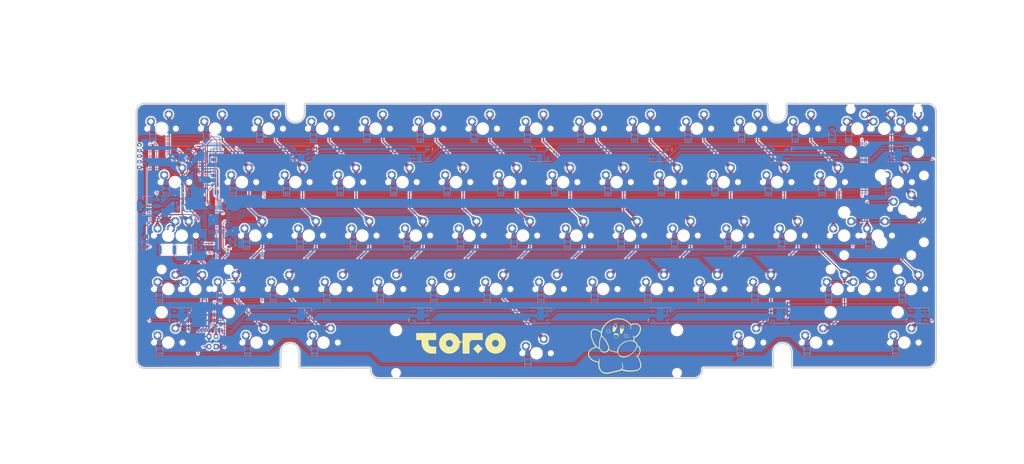
<source format=kicad_pcb>
(kicad_pcb (version 20240225) (generator "pcbnew") (generator_version "8.99")
  (layers (0 "F.Cu" signal) (31 "B.Cu" signal) (34 "B.Paste" user) (35 "F.Paste" user) (36 "B.SilkS" user "B.Silkscreen") (37 "F.SilkS" user "F.Silkscreen") (38 "B.Mask" user) (39 "F.Mask" user) (44 "Edge.Cuts" user))
  (net 0 "")
  (net 1 "GND")
  (net 2 "+3.3V")
  (net 3 "RST")
  (net 4 "R0")
  (net 5 "Net-(D1-A)")
  (net 6 "Net-(D2-A)")
  (net 7 "Net-(D3-A)")
  (net 8 "Net-(D4-A)")
  (net 9 "Net-(D5-A)")
  (net 10 "Net-(D6-A)")
  (net 11 "Net-(D7-A)")
  (net 12 "Net-(D8-A)")
  (net 13 "Net-(D9-A)")
  (net 14 "Net-(D10-A)")
  (net 15 "Net-(D11-A)")
  (net 16 "Net-(D12-A)")
  (net 17 "Net-(D13-A)")
  (net 18 "Net-(D14-A)")
  (net 19 "Net-(D15-A)")
  (net 20 "R1")
  (net 21 "Net-(D16-A)")
  (net 22 "Net-(D17-A)")
  (net 23 "Net-(D18-A)")
  (net 24 "Net-(D19-A)")
  (net 25 "Net-(D20-A)")
  (net 26 "Net-(D21-A)")
  (net 27 "Net-(D22-A)")
  (net 28 "Net-(D23-A)")
  (net 29 "Net-(D24-A)")
  (net 30 "Net-(D25-A)")
  (net 31 "Net-(D26-A)")
  (net 32 "Net-(D27-A)")
  (net 33 "Net-(D28-A)")
  (net 34 "Net-(D29-A)")
  (net 35 "Net-(D30-A)")
  (net 36 "Net-(D31-A)")
  (net 37 "Net-(D32-A)")
  (net 38 "Net-(D33-A)")
  (net 39 "Net-(D34-A)")
  (net 40 "Net-(D35-A)")
  (net 41 "Net-(D36-A)")
  (net 42 "Net-(D37-A)")
  (net 43 "Net-(D38-A)")
  (net 44 "Net-(D39-A)")
  (net 45 "Net-(D40-A)")
  (net 46 "Net-(D41-A)")
  (net 47 "Net-(D42-A)")
  (net 48 "Net-(D43-A)")
  (net 49 "Net-(D44-A)")
  (net 50 "Net-(D45-A)")
  (net 51 "Net-(D46-A)")
  (net 52 "Net-(D47-A)")
  (net 53 "Net-(D48-A)")
  (net 54 "Net-(D49-A)")
  (net 55 "Net-(D50-A)")
  (net 56 "Net-(D51-A)")
  (net 57 "Net-(D52-A)")
  (net 58 "Net-(D53-A)")
  (net 59 "Net-(D54-A)")
  (net 60 "Net-(D55-A)")
  (net 61 "Net-(D56-A)")
  (net 62 "Net-(D57-A)")
  (net 63 "Net-(D58-A)")
  (net 64 "Net-(D59-A)")
  (net 65 "Net-(D63-A)")
  (net 66 "Net-(D68-A)")
  (net 67 "Net-(D69-A)")
  (net 68 "Net-(D70-A)")
  (net 69 "Net-(J1-Pin_3)")
  (net 70 "Net-(J1-Pin_2)")
  (net 71 "+5V")
  (net 72 "DIO")
  (net 73 "CLK")
  (net 74 "boot")
  (net 75 "C0")
  (net 76 "C1")
  (net 77 "C2")
  (net 78 "C3")
  (net 79 "C4")
  (net 80 "C5")
  (net 81 "C6")
  (net 82 "C7")
  (net 83 "C8")
  (net 84 "C9")
  (net 85 "C10")
  (net 86 "C11")
  (net 87 "C12")
  (net 88 "C13")
  (net 89 "C14")
  (net 90 "D-")
  (net 91 "D+")
  (net 101 "R2")
  (net 103 "R3")
  (net 105 "Net-(Dled1-K)")
  (net 106 "Net-(Drgb1-DOUT)")
  (net 107 "Net-(Drgb1-DIN)")
  (net 108 "Net-(Drgb2-DOUT)")
  (net 109 "Net-(Drgb3-DOUT)")
  (net 110 "Net-(Drgb4-DOUT)")
  (net 111 "Net-(Drgb5-DOUT)")
  (net 112 "Net-(Drgb6-DOUT)")
  (net 113 "Net-(Drgb7-DOUT)")
  (net 114 "Net-(Drgb8-DOUT)")
  (net 115 "Net-(Drgb10-DIN)")
  (net 116 "Net-(Drgb10-DOUT)")
  (net 117 "Net-(Drgb11-DOUT)")
  (net 118 "Net-(Drgb12-DOUT)")
  (net 120 "R4")
  (net 121 "RGB")
  (footprint "MX_cherry:MXOnly-1.5U_N" (layer "F.Cu") (at 309.563 19.05)
    (property "Reference" "SW29" (hide yes))
    (property "Value" "SW_Push" (hide yes))
  )
  (footprint "MX_cherry:MXOnly-1.75U_N" (layer "F.Cu") (at 54.769 38.1)
    (property "Reference" "SW30" (hide yes))
    (property "Value" "SW_Push" (hide yes))
  )
  (footprint "MX_cherry:MXOnly-1.5U_N" (layer "F.Cu") (at 52.388 19.05)
    (property "Reference" "SW16" (hide yes))
    (property "Value" "SW_Push" (hide yes))
  )
  (footprint "MX_cherry:MXOnly-1.25U_N" (layer "F.Cu") (at 280.510999 76.2)
    (property "Reference" "SW69" (hide yes))
    (property "Value" "SW_Push" (hide yes))
  )
  (footprint "MX_cherry:MXOnly-1U_N" (layer "F.Cu") (at 185.7375 57.15)
    (property "Reference" "SW50" (hide yes))
    (property "Value" "SW_Push" (hide yes))
  )
  (footprint "MX_cherry:MXOnly-1U_N" (layer "F.Cu") (at 80.9625 38.1)
    (property "Reference" "SW31" (hide yes))
    (property "Value" "SW_Push" (hide yes))
  )
  (footprint "MX_cherry:MXOnly-1U_N" (layer "F.Cu") (at 276.225 0)
    (property "Reference" "SW13" (hide yes))
    (property "Value" "SW_Push" (hide yes))
  )
  (footprint "MX_cherry:MXOnly-1U_N" (layer "F.Cu") (at 109.5375 57.15)
    (property "Reference" "SW46" (hide yes))
    (property "Value" "SW_Push" (hide yes))
  )
  (footprint "MX_cherry:MXOnly-1U_N" (layer "F.Cu") (at 114.3 19.05)
    (property "Reference" "SW19" (hide yes))
    (property "Value" "SW_Push" (hide yes))
  )
  (footprint "MX_cherry:MXOnly-1U_N" (layer "F.Cu") (at 190.5 19.05)
    (property "Reference" "SW23" (hide yes))
    (property "Value" "SW_Push" (hide yes))
  )
  (footprint "Connector_JST:JST_EH_B2B-EH-A_1x02_P2.50mm_Vertical" (layer "F.Cu") (at 67.02 77.64 180)
    (property "Reference" "SWbôt1" (hide yes))
    (property "Value" "SW_Push" (hide yes))
  )
  (footprint "MX_cherry:MXOnly-1U_N" (layer "F.Cu") (at 242.8875 57.15)
    (property "Reference" "SW53" (hide yes))
    (property "Value" "SW_Push" (hide yes))
  )
  (footprint "MX_cherry:MXOnly-1U_N" (layer "F.Cu") (at 285.75 19.05)
    (property "Reference" "SW28" (hide yes))
    (property "Value" "SW_Push" (hide yes))
  )
  (footprint "MX_cherry:MXOnly-1U_N" (layer "F.Cu") (at 314.325 57.15)
    (property "Reference" "SW56" (hide yes))
    (property "Value" "SW_Push" (hide yes))
  )
  (footprint "MX_cherry:MXOnly-1U_N" (layer "F.Cu") (at 138.1125 38.1)
    (property "Reference" "SW34" (hide yes))
    (property "Value" "SW_Push" (hide yes))
  )
  (footprint "MX_cherry:MXOnly-1U_N" (layer "F.Cu") (at 90.4875 57.15)
    (property "Reference" "SW45" (hide yes))
    (property "Value" "SW_Push" (hide yes))
  )
  (footprint "MX_cherry:MXOnly-1U_N" (layer "F.Cu") (at 66.675 0)
    (property "Reference" "SW2" (hide yes))
    (property "Value" "SW_Push" (hide yes))
  )
  (footprint "MX_cherry:MXOnly-1U_N" (layer "F.Cu") (at 152.4 19.05)
    (property "Reference" "SW21" (hide yes))
    (property "Value" "SW_Push" (hide yes))
  )
  (footprint "MX_cherry:MXOnly-1U_N" (layer "F.Cu") (at 85.725 0)
    (property "Reference" "SW3" (hide yes))
    (property "Value" "SW_Push" (hide yes))
  )
  (footprint "MX_cherry:MXOnly-1U_N" (layer "F.Cu") (at 247.65 19.05)
    (property "Reference" "SW26" (hide yes))
    (property "Value" "SW_Push" (hide yes))
  )
  (footprint "Connector_JST:JST_PH_B5B-PH-K_1x05_P2.00mm_Vertical" (layer "F.Cu") (at 39.75 13.79 90)
    (property "Reference" "J2" (hide yes))
    (property "Value" "Conn_01x05_Socket" (hide yes))
  )
  (footprint "MX_cherry:MXOnly-1U_N" (layer "F.Cu") (at 180.975 0)
    (property "Reference" "SW8" (hide yes))
    (property "Value" "SW_Push" (hide yes))
  )
  (footprint "MX_cherry:MXOnly-1U_N" (layer "F.Cu") (at 171.45 19.05)
    (property "Reference" "SW22" (hide yes))
    (property "Value" "SW_Push" (hide yes))
  )
  (footprint "MX_cherry:MXOnly-1U_N" (layer "F.Cu") (at 142.875 0)
    (property "Reference" "SW6" (hide yes))
    (property "Value" "SW_Push" (hide yes))
  )
  (footprint "MX_cherry:MXOnly-1U_N" (layer "F.Cu") (at 295.275 0)
    (property "Reference" "SW14" (hide yes))
    (property "Value" "SW_Push" (hide yes))
  )
  (footprint "MX_cherry:MXOnly-1U_N" (layer "F.Cu") (at 133.35 19.05)
    (property "Reference" "SW20" (hide yes))
    (property "Value" "SW_Push" (hide yes))
  )
  (footprint "MX_cherry:MXOnly-1U_N" (layer "F.Cu") (at 209.55 19.05)
    (property "Reference" "SW24" (hide yes))
    (property "Value" "SW_Push" (hide yes))
  )
  (footprint "MX_cherry:MXOnly-1U_N" (layer "F.Cu") (at 252.4125 38.1)
    (property "Reference" "SW40" (hide yes))
    (property "Value" "SW_Push" (hide yes))
  )
  (footprint "MX_cherry:MXOnly-1U_N" (layer "F.Cu") (at 176.2125 38.1)
    (property "Reference" "SW36" (hide yes))
    (property "Value" "SW_Push" (hide yes))
  )
  (footprint "MX_cherry:MXOnly-1U_N" (layer "F.Cu") (at 157.1625 38.1)
    (property "Reference" "SW35" (hide yes))
    (property "Value" "SW_Push" (hide yes))
  )
  (footprint "MX_cherry:MXOnly-1U_N" (layer "F.Cu") (at 76.2 19.05)
    (property "Reference" "SW17" (hide yes))
    (property "Value" "SW_Push" (hide yes))
  )
  (footprint "MX_cherry:MXOnly-1U_N" (layer "F.Cu") (at 271.4625 38.1)
    (property "Reference" "SW41" (hide yes))
    (property "Value" "SW_Push" (hide yes))
  )
  (footprint "MX_cherry:MXOnly-1U_N" (layer "F.Cu") (at 233.3625 38.1)
    (property "Reference" "SW39" (hide yes))
    (property "Value" "SW_Push" (hide yes))
  )
  (footprint "MX_cherry:MXOnly-2.75U_N" (layer "F.Cu") (at 297.6565 57.15)
    (property "Reference" "SW1005" (hide yes))
    (property "Value" "SW_Push" (hide yes))
  )
  (footprint "MX_cherry:MXOnly-1U_N" (layer "F.Cu") (at 238.125 0)
    (property "Reference" "SW11" (hide yes))
    (property "Value" "SW_Push" (hide yes))
  )
  (footprint "MX_cherry:MXOnly-1U_N" (layer "F.Cu") (at 166.6875 57.15)
    (property "Reference" "SW49" (hide yes))
    (property "Value" "SW_Push" (hide yes))
  )
  (footprint "Connector_JST:JST_EH_B2B-EH-A_1x02_P2.50mm_Vertical" (layer "F.Cu") (at 64.5 74.02)
    (property "Reference" "SWbôtrst1" (hide yes))
    (property "Value" "SW_Push" (hide yes))
  )
  (footprint "MX_cherry:MXOnly-1U_N" (layer "F.Cu") (at 290.5125 38.1)
    (property "Reference" "SW1001" (hide yes))
    (property "Value" "SW_Push" (hide yes))
  )
  (footprint "MX_cherry:MXOnly-1U_N" (layer "F.Cu") (at 257.175 0)
    (property "Reference" "SW12" (hide yes))
    (property "Value" "SW_Push" (hide yes))
  )
  (footprint "MX_cherry:MXOnly-1.25U_N" (layer "F.Cu") (at 50.006 38.1)
    (property "Reference" "SW1002" (hide yes))
    (property "Value" "SW_Push" (hide yes))
  )
  (footprint "MX_cherry:MXOnly-1U_N" (layer "F.Cu") (at 47.625 0)
    (property "Reference" "SW1" (hide yes))
    (property "Value" "SW_Push" (hide yes))
  )
  (footprint "MX_cherry:MXOnly-1.75U_N" (layer "F.Cu") (at 288.1315 57.15)
    (property "Reference" "SW55" (hide yes))
    (property "Value" "SW_Push" (hide yes))
  )
  (footprint "MX_cherry:MXOnly-1U_N" (layer "F.Cu") (at 161.925 0)
    (property "Reference" "SW7" (hide yes))
    (property "Value" "SW_Push" (hide yes))
  )
  (footprint "MX_cherry:MXOnly-1U_N" (layer "F.Cu") (at 200.025 0)
    (property "Reference" "SW9" (hide yes))
    (property "Value" "SW_Push" (hide yes))
  )
  (footprint "MX_cherry:MXOnly-1U_N" (layer "F.Cu") (at 261.9375 57.15)
    (property "Reference" "SW54" (hide yes))
    (property "Value" "SW_Push" (hide yes))
  )
  (footprint "MX_cherry:MXOnly-1U_N" (layer "F.Cu") (at 104.775 0)
    (property "Reference" "SW4" (hide yes))
    (property "Value" "SW_Push" (hide yes))
  )
  (footprint "MX_cherry:MXOnly-6.25U-FLIPPED-ReversedStabilizers_N" (layer "F.Cu") (at 181.07 80.01)
    (property "Reference" "SW63" (hide yes))
    (property "Value" "SW_Push" (hide yes))
  )
  (footprint "MX_cherry:MXOnly-1U_N" (layer "F.Cu") (at 71.4375 57.15)
    (property "Reference" "SW44" (hide yes))
    (property "Value" "SW_Push" (hide yes))
  )
  (footprint "MX_cherry:MXOnly-2.25U-ReversedStabilizers_N" (layer "F.Cu") (at 302.493099 38.1)
    (property "Reference" "SW42" (hide yes))
    (property "Value" "SW_Push" (hide yes))
  )
  (footprint "MX_cherry:MXOnly-1U_N" (layer "F.Cu") (at 100.0125 38.1)
    (property "Reference" "SW32" (hide yes))
    (property "Value" "SW_Push" (hide yes))
  )
  (footprint "MX_cherry:MXOnly-1.25U_N" (layer "F.Cu") (at 81.4385 76.2)
    (property "Reference" "SW58" (hide yes))
    (property "Value" "SW_Push" (hide yes))
  )
  (footprint "MX_cherry:MXOnly-1U_N" (layer "F.Cu") (at 204.7875 57.15)
    (property "Reference" "SW51" (hide yes))
    (property "Value" "SW_Push" (hide yes))
  )
  (footprint "logo:logo_star" (layer "F.Cu") (at 209.06 77.38)
    (property "Reference" "G***" (hide yes))
    (property "Value" "LOGO" (hide yes))
  )
  (footprint "MX_cherry:MXOnly-1U_N" (layer "F.Cu") (at 119.0625 38.1)
    (property "Reference" "SW33" (hide yes))
    (property "Value" "SW_Push" (hide yes))
  )
  (footprint "MX_cherry:MXOnly-1U_N" (layer "F.Cu") (at 266.7 19.05)
    (property "Reference" "SW27" (hide yes))
    (property "Value" "SW_Push" (hide yes))
  )
  (footprint "MX_cherry:MXOnly-1U_N" (layer "F.Cu") (at 123.825 0)
    (property "Reference" "SW5" (hide yes))
    (property "Value" "SW_Push" (hide yes))
  )
  (footprint "MX_cherry:MXOnly-1U_N" (layer "F.Cu") (at 228.6 19.05)
    (property "Reference" "SW25" (hide yes))
    (property "Value" "SW_Push" (hide yes))
  )
  (footprint "MX_cherry:MXOnly-1.25U_N" (layer "F.Cu") (at 311.9435 76.2)
    (property "Reference" "SW70" (hide yes))
    (property "Value" "SW_Push" (hide yes))
  )
  (footprint "MX_cherry:MXOnly-1.25U_N" (layer "F.Cu") (at 50.006 57.15)
    (property "Reference" "SW43" (hide yes))
    (property "Value" "SW_Push" (hide yes))
  )
  (footprint "MX_cherry:MXOnly-1U_N" (layer "F.Cu") (at 128.5875 57.15)
    (property "Reference" "SW47" (hide yes))
    (property "Value" "SW_Push" (hide yes))
  )
  (footprint "MX_cherry:MXOnly-1.25U_N" (layer "F.Cu") (at 105.251 76.2)
    (property "Reference" "SW59" (hide yes))
    (property "Value" "SW_Push" (hide yes))
  )
  (footprint "MX_cherry:MXOnly-2.25U_N" (layer "F.Cu") (at 59.6056 57.15)
    (property "Reference" "SW1004" (hide yes))
    (property "Value" "SW_Push" (hide yes))
  )
  (footprint "MX_cherry:MXOnly-2U_N" (layer "F.Cu") (at 304.8 0)
    (property "Reference" "SW1000" (hide yes))
    (property "Value" "SW_Push" (hide yes))
  )
  (footprint "MX_cherry:MXOnly-1U_N" (layer "F.Cu") (at 95.25 19.05)
    (property "Reference" "SW18" (hide yes))
    (property "Value" "SW_Push" (hide yes))
  )
  (footprint "MX_cherry:MXOnly-1U_N" (layer "F.Cu") (at 219.075 0)
    (property "Reference" "SW10" (hide yes))
    (property "Value" "SW_Push" (hide yes))
  )
  (footprint "MX_cherry:MXOnly-1.25U_N" (layer "F.Cu") (at 256.698499 76.2)
    (property "Reference" "SW68" (hide yes))
    (property "Value" "SW_Push" (hide yes))
  )
  (footprint "MX_cherry:MXOnly-1U_N" (layer "F.Cu") (at 223.8375 57.15)
    (property "Reference" "SW52" (hide yes))
    (property "Value" "SW_Push" (hide yes))
  )
  (footprint "MX_cherry:MXOnly-1.25U_N" (layer "F.Cu") (at 50.006 76.2)
    (property "Reference" "SW57" (hide yes))
    (property "Value" "SW_Push" (hide yes))
  )
  (footprint "logo:toro_logo_1" (layer "F.Cu") (at 154.16 76.48)
    (property "Reference" "G***")
    (property "Value" "LOGO" (hide yes))
  )
  (footprint "MX_cherry:MXOnly-1U_N" (layer "F.Cu") (at 214.3125 38.1)
    (property "Reference" "SW38" (hide yes))
    (property "Value" "SW_Push" (hide yes))
  )
  (footprint "MX_cherry:MXOnly-1U_N" (layer "F.Cu") (at 147.6375 57.15)
    (property "Reference" "SW48" (hide yes))
    (property "Value" "SW_Push" (hide yes))
  )
  (footprint "MX_cherry:MXOnly-1U_N" (layer "F.Cu") (at 195.2625 38.1)
    (property "Reference" "SW37" (hide yes))
    (property "Value" "SW_Push" (hide yes))
  )
  (footprint "MX_cherry:MXOnly-enter ISO" (layer "F.Cu") (at 311.9435 28.575)
    (property "Reference" "SW1003" (hide yes))
    (property "Value" "SW_Push" (hide yes))
  )
  (footprint "MX_cherry:MXOnly-1U_N" (layer "F.Cu") (at 314.325 0)
    (property "Reference" "SW15" (hide yes))
    (property "Value" "SW_Push" (hide yes))
  )
  (footprint "Diode_SMD:D_MiniMELF" (layer "B.Cu") (at 292.16 2.17 90)
    (property "Reference" "D14" (hide yes))
    (property "Value" "D_Small")
  )
  (footprint "Package_TO_SOT_SMD:SOT-223-3_TabPin2" (layer "B.Cu") (at 42.81 27.55 180)
    (property "Reference" "U2" (hide yes))
    (property "Value" "AMS1117")
  )
  (footprint "Diode_SMD:D_MiniMELF" (layer "B.Cu") (at 225.485 21.22 90)
    (property "Reference" "D25" (hide yes))
    (property "Value" "D_Small")
  )
  (footprint "Diode_SMD:D_MiniMELF" (layer "B.Cu") (at 299.378099 40.27 90)
    (property "Reference" "D42" (hide yes))
    (property "Value" "D_Small")
  )
  (footprint "Diode_SMD:D_MiniMELF" (layer "B.Cu") (at 173.0975 40.27 90)
    (property "Reference" "D36" (hide yes))
    (property "Value" "D_Small")
  )
  (footprint "Diode_SMD:D_MiniMELF" (layer "B.Cu") (at 273.11 2.17 90)
    (property "Reference" "D13" (hide yes))
    (property "Value" "D_Small")
  )
  (footprint "Diode_SMD:D_MiniMELF" (layer "B.Cu") (at 306.448 21.22 90)
    (property "Reference" "D29" (hide yes))
    (property "Value" "D_Small")
  )
  (footprint "Diode_SMD:D_MiniMELF" (layer "B.Cu") (at 163.5725 59.32 90)
    (property "Reference" "D49" (hide yes))
    (property "Value" "D_Small")
  )
  (footprint "Capacitor_SMD:C_0805_2012Metric" (layer "B.Cu") (at 54.15 28.55)
    (property "Reference" "C6" (hide yes))
    (property "Value" "4.7uF")
  )
  (footprint "Diode_SMD:D_MiniMELF" (layer "B.Cu") (at 106.4225 59.32 90)
    (property "Reference" "D46" (hide yes))
    (property "Value" "D_Small")
  )
  (footprint "LED_SMD:LED_WS2812B_PLCC4_5.0x5.0mm_P3.2mm" (layer "B.Cu") (at 267.62 66.67)
    (property "Reference" "Drgb8" (hide yes))
    (property "Value" "WS2812B")
  )
  (footprint "Diode_SMD:D_MiniMELF" (layer "B.Cu") (at 149.285 21.22 90)
    (property "Reference" "D21" (hide yes))
    (property "Value" "D_Small")
  )
  (footprint "Diode_SMD:D_MiniMELF" (layer "B.Cu") (at 125.4725 59.32 90)
    (property "Reference" "D47" (hide yes))
    (property "Value" "D_Small")
  )
  (footprint "Diode_SMD:D_MiniMELF" (layer "B.Cu") (at 87.3725 59.32 90)
    (property "Reference" "D45" (hide yes))
    (property "Value" "D_Small")
  )
  (footprint "LED_SMD:LED_WS2812B_PLCC4_5.0x5.0mm_P3.2mm" (layer "B.Cu") (at 309.84 8.95 180)
    (property "Reference" "Drgb6" (hide yes))
    (property "Value" "WS2812B")
  )
  (footprint "Diode_SMD:D_MiniMELF" (layer "B.Cu") (at 211.1975 40.27 90)
    (property "Reference" "D38" (hide yes))
    (property "Value" "D_Small")
  )
  (footprint "Diode_SMD:D_MiniMELF" (layer "B.Cu") (at 82.61 2.17 90)
    (property "Reference" "D3")
    (property "Value" "D_Small")
  )
  (footprint "Capacitor_SMD:C_0805_2012Metric" (layer "B.Cu") (at 56.14 23.33 180)
    (property "Reference" "C7")
    (property "Value" "100nF")
  )
  (footprint "Diode_SMD:D_MiniMELF" (layer "B.Cu") (at 130.235 21.22 90)
    (property "Reference" "D20" (hide yes))
    (property "Value" "D_Small")
  )
  (footprint "Diode_SMD:D_MiniMELF" (layer "B.Cu") (at 41.83 40.3075 90)
    (property "Reference" "D30" (hide yes))
    (property "Value" "D_Small")
  )
  (footprint "Diode_SMD:D_MiniMELF" (layer "B.Cu") (at 77.8475 40.27 90)
    (property "Reference" "D31" (hide yes))
    (property "Value" "D_Small")
  )
  (footprint "Capacitor_SMD:C_0805_2012Metric" (layer "B.Cu") (at 65.48 68.31)
    (property "Reference" "C5")
    (property "Value" "100nF")
  )
  (footprint "Resistor_SMD:R_0805_2012Metric" (layer "B.Cu") (at 65.4875 66.37 180)
    (property "Reference" "R1" (hide yes))
    (property "Value" "R_Small")
  )
  (footprint "LED_SMD:LED_WS2812B_PLCC4_5.0x5.0mm_P3.2mm" (layer "B.Cu") (at 139.82 66.67)
    (property "Reference" "Drgb11" (hide yes))
    (property "Value" "WS2812B")
  )
  (footprint "LED_SMD:LED_WS2812B_PLCC4_5.0x5.0mm_P3.2mm" (layer "B.Cu") (at 97.22 66.67)
    (property "Reference" "Drgb12" (hide yes))
    (property "Value" "WS2812B")
  )
  (footprint "Diode_SMD:D_MiniMELF" (layer "B.Cu") (at 239.7725 59.32 90)
    (property "Reference" "D53" (hide yes))
    (property "Value" "D_Small")
  )
  (footprint "Diode_SMD:D_MiniMELF" (layer "B.Cu") (at 311.21 59.32 90)
    (property "Reference" "D56" (hide yes))
    (property "Value" "D_Small")
  )
  (footprint "Package_TO_SOT_SMD:SOT-23-6" (layer "B.Cu") (at 66.7375 21.27 -90)
    (property "Reference" "U3")
    (property "Value" "USBLC6-2SC6")
  )
  (footprint "keyboard:LED-6028" (layer "B.Cu") (at 49.606 38.1 180)
    (property "Reference" "Dled1" (hide yes))
    (property "Value" "LED")
    (fp_line (start 1.9 -6.78) (end 1.9 -3.38) (stroke (width 0.15)) (layer "Edge.Cuts"))
    (fp_line (start -1.9 -3.38) (end 1.9 -3.38) (stroke (width 0.15)) (layer "Edge.Cuts"))
    (fp_line (start -1.9 -6.78) (end 1.9 -6.78) (stroke (width 0.15)) (layer "Edge.Cuts"))
    (fp_line (start -1.9 -6.78) (end -1.9 -3.38) (stroke (width 0.15)) (layer "Edge.Cuts"))
  )
  (footprint "Diode_SMD:D_MiniMELF" (layer "B.Cu") (at 120.71 2.17 90)
    (property "Reference" "D5" (hide yes))
    (property "Value" "D_Small")
  )
  (footprint "Capacitor_SMD:C_0805_2012Metric" (layer "B.Cu") (at 65.47 70.29 180)
    (property "Reference" "C10" (hide yes))
    (property "Value" "4.7uF")
  )
  (footprint "Diode_SMD:D_MiniMELF" (layer "B.Cu") (at 168.335 21.22 90)
    (property "Reference" "D22" (hide yes))
    (property "Value" "D_Small")
  )
  (footprint "LED_SMD:LED_WS2812B_PLCC4_5.0x5.0mm_P3.2mm" (layer "B.Cu") (at 139.86 8.98 180)
    (property "Reference" "Drgb2" (hide yes))
    (property "Value" "WS2812B")
  )
  (footprint "LED_SMD:LED_WS2812B_PLCC4_5.0x5.0mm_P3.2mm" (layer "B.Cu") (at 225.08 8.99 180)
    (property "Reference" "Drgb4" (hide yes))
    (property "Value" "WS2812B")
  )
  (footprint "Diode_SMD:D_MiniMELF" (layer "B.Cu") (at 182.6225 59.32 90)
    (property "Reference" "D50" (hide yes))
    (property "Value" "D_Small")
  )
  (footprint "Diode_SMD:D_MiniMELF" (layer "B.Cu") (at 134.9975 40.27 90)
    (property "Reference" "D34" (hide yes))
    (property "Value" "D_Small")
  )
  (footprint "Diode_SMD:D_MiniMELF" (layer "B.Cu") (at 139.76 2.17 90)
    (property "Reference" "D6" (hide yes))
    (property "Value" "D_Small")
  )
  (footprint "Diode_SMD:D_MiniMELF" (layer "B.Cu") (at 263.585 21.22 90)
    (property "Reference" "D27" (hide yes))
    (property "Value" "D_Small")
  )
  (footprint "Diode_SMD:D_MiniMELF" (layer "B.Cu") (at 115.9475 40.27 90)
    (property "Reference" "D33" (hide yes))
    (property "Value" "D_Small")
  )
  (footprint "Diode_SMD:D_MiniMELF" (layer "B.Cu") (at 277.395999 78.37 90)
    (property "Reference" "D69" (hide yes))
    (property "Value" "D_Small")
  )
  (footprint "Diode_SMD:D_MiniMELF" (layer "B.Cu") (at 244.535 21.22 90)
    (property "Reference" "D26" (hide yes))
    (property "Value" "D_Small")
  )
  (footprint "Diode_SMD:D_MiniMELF" (layer "B.Cu") (at 220.7225 59.32 90)
    (property "Reference" "D52" (hide yes))
    (property "Value" "D_Small")
  )
  (footprint "Diode_SMD:D_MiniMELF" (layer "B.Cu") (at 187.385 21.22 90)
    (property "Reference" "D23" (hide yes))
    (property "Value" "D_Small")
  )
  (footprint "Diode_SMD:D_MiniMELF" (layer "B.Cu") (at 196.91 2.17 90)
    (property "Reference" "D9" (hide yes))
    (property "Value" "D_Small")
  )
  (footprint "LED_SMD:LED_WS2812B_PLCC4_5.0x5.0mm_P3.2mm" (layer "B.Cu") (at 97.25 8.98 180)
    (property "Reference" "Drgb1" (hide yes))
    (property "Value" "WS2812B")
  )
  (footprint "Diode_SMD:D_MiniMELF" (layer "B.Cu") (at 201.6725 59.32 90)
    (property "Reference" "D51" (hide yes))
    (property "Value" "D_Small")
  )
  (footprint "Diode_SMD:D_MiniMELF" (layer "B.Cu") (at 144.5225 59.32 90)
    (property "Reference" "D48" (hide yes))
    (property "Value" "D_Small")
  )
  (footprint "LED_SMD:LED_WS2812B_PLCC4_5.0x5.0mm_P3.2mm" (layer "B.Cu") (at 225.02 66.67)
    (property "Reference" "Drgb9" (hide yes))
    (property "Value" "WS2812B")
  )
  (footprint "Diode_SMD:D_MiniMELF" (layer "B.Cu") (at 308.8285 78.37 90)
    (property "Reference" "D70" (hide yes))
    (property "Value" "D_Small")
  )
  (footprint "Capacitor_SMD:C_0805_2012Metric" (layer "B.Cu") (at 72.94 41.42 180)
    (property "Reference" "C3" (hide yes))
    (property "Value" "100nF")
  )
  (footprint "Diode_SMD:D_MiniMELF" (layer "B.Cu") (at 206.435 21.22 90)
    (property "Reference" "D24" (hide yes))
    (property "Value" "D_Small")
  )
  (footprint "Capacitor_SMD:C_0805_2012Metric" (layer "B.Cu") (at 54.15 26.59)
    (property "Reference" "C1")
    (property "Value" "100nF")
  )
  (footprint "Diode_SMD:D_MiniMELF" (layer "B.Cu") (at 63.59 2.24 90)
    (property "Reference" "D2" (hide yes))
    (property "Value" "D_Small")
  )
  (footprint "Diode_SMD:D_MiniMELF" (layer "B.Cu") (at 49.273 21.22 90)
    (property "Reference" "D16" (hide yes))
    (property "Value" "D_Small")
  )
  (footprint "Diode_SMD:D_MiniMELF" (layer "B.Cu") (at 92.135 21.22 90)
    (property "Reference" "D18" (hide yes))
    (property "Value" "D_Small")
  )
  (footprint "keyboard:LED-6028" (layer "B.Cu") (at 54.769 38.1 180)
    (property "Reference" "Dled2" (hide yes))
    (property "Value" "LED")
    (fp_line (start 1.9 -6.78) (end 1.9 -3.38) (stroke (width 0.15)) (layer "Edge.Cuts"))
    (fp_line (start -1.9 -3.38) (end 1.9 -3.38) (stroke (width 0.15)) (layer "Edge.Cuts"))
    (fp_line (start -1.9 -6.78) (end 1.9 -6.78) (stroke (width 0.15)) (layer "Edge.Cuts"))
    (fp_line (start -1.9 -6.78) (end -1.9 -3.38) (stroke (width 0.15)) (layer "Edge.Cuts"))
  )
  (footprint "Diode_SMD:D_MiniMELF" (layer "B.Cu") (at 73.085 21.22 90)
    (property "Reference" "D17" (hide yes))
    (property "Value" "D_Small")
  )
  (footprint "LED_SMD:LED_WS2812B_PLCC4_5.0x5.0mm_P3.2mm" (layer "B.Cu") (at 182.42 66.67)
    (property "Reference" "Drgb10" (hide yes))
    (property "Value" "WS2812B")
  )
  (footprint "Diode_SMD:D_MiniMELF" (layer "B.Cu") (at 46.891 59.32 90)
    (property "Reference" "D43" (hide yes))
    (property "Value" "D_Small")
  )
  (footprint "Diode_SMD:D_MiniMELF" (layer "B.Cu") (at 44.51 2.17 90)
    (property "Reference" "D1" (hide yes))
    (property "Value" "D_Small")
  )
  (footprint "Diode_SMD:D_MiniMELF" (layer "B.Cu") (at 192.1475 40.27 90)
    (property "Reference" "D37" (hide yes))
    (property "Value" "D_Small")
  )
  (footprint "LED_SMD:LED_WS2812B_PLCC4_5.0x5.0mm_P3.2mm" (layer "B.Cu") (at 54.62 66.67)
    (property "Reference" "Drgb13" (hide yes))
    (property "Value" "WS2812B")
  )
  (footprint "Diode_SMD:D_MiniMELF" (layer "B.Cu") (at 154.0475 40.27 90)
    (property "Reference" "D35" (hide yes))
    (property "Value" "D_Small")
  )
  (footprint "LED_SMD:LED_WS2812B_PLCC4_5.0x5.0mm_P3.2mm" (layer "B.Cu") (at 54.64 8.99 180)
    (property "Reference" "Drgb14" (hide yes))
    (property "Value" "WS2812B")
  )
  (footprint "Capacitor_SMD:C_0805_2012Metric" (layer "B.Cu") (at 60.91 42.41)
    (property "Reference" "C9" (hide yes))
    (property "Value" "4.7uF")
  )
  (footprint "LED_SMD:LED_WS2812B_PLCC4_5.0x5.0mm_P3.2mm" (layer "B.Cu") (at 267.68 9.01 180)
    (property "Reference" "Drgb5" (hide yes))
    (property "Value" "WS2812B")
  )
  (footprint "LED_SMD:LED_WS2812B_PLCC4_5.0x5.0mm_P3.2mm" (layer "B.Cu") (at 182.47 8.98 180)
    (property "Reference" "Drgb3" (hide yes))
    (property "Value" "WS2812B")
  )
  (footprint "Capacitor_SMD:C_0805_2012Metric" (layer "B.Cu") (at 72.94 39.46 180)
    (property "Reference" "C8" (hide yes))
    (property "Value" "4.7uF")
  )
  (footprint "Diode_SMD:D_MiniMELF" (layer "B.Cu") (at 230.2475 40.27 90)
    (property "Reference" "D39" (hide yes))
    (property "Value" "D_Small")
  )
  (footprint "Diode_SMD:D_MiniMELF" (layer "B.Cu") (at 158.81 2.17 90)
    (property "Reference" "D7" (hide yes))
    (property "Value" "D_Small")
  )
  (footprint "Diode_SMD:D_MiniMELF" (layer "B.Cu") (at 258.8225 59.32 90)
    (property "Reference" "D54" (hide yes))
    (property "Value" "D_Small")
  )
  (footprint "Diode_SMD:D_MiniMELF" (layer "B.Cu") (at 177.86 2.17 90)
    (property "Reference" "D8" (hide yes))
    (property "Value" "D_Small")
  )
  (footprint "Diode_SMD:D_MiniMELF" (layer "B.Cu") (at 254.06 2.17 90)
    (property "Reference" "D12" (hide yes))
    (property "Value" "D_Small")
  )
  (footprint "Diode_SMD:D_MiniMELF" (layer "B.Cu") (at 249.2975 40.27 90)
    (property "Reference" "D40" (hide yes))
    (property "Value" "D_Small")
  )
  (footprint "Diode_SMD:D_MiniMELF" (layer "B.Cu") (at 286.23 2.1475 90)
    (property "Reference" "D15" (hide yes))
    (property "Value" "D_Small")
  )
  (footprint "Diode_SMD:D_MiniMELF" (layer "B.Cu") (at 235.01 2.17 90)
    (property "Reference" "D11" (hide yes))
    (property "Value" "D_Small")
  )
  (footprint "Connector_JST:JST_SH_SM04B-SRSS-TB_1x04-1MP_P1.00mm_Horizontal" (layer "B.Cu") (at 64.275 13.83 -90)
    (property "Reference" "J1" (hide yes))
    (property "Value" "Conn_01x04_Pin")
  )
  (footprint "Capacitor_SMD:C_0805_2012Metric" (layer "B.Cu") (at 60.91 40.45)
    (property "Reference" "C4" (hide yes))
    (property "Value" "4.7uF")
  )
  (footprint "Package_QFP:LQFP-48_7x7mm_P0.5mm" (layer "B.Cu") (at 67.09 32.33 90)
    (property "Reference" "Ud1" (hide yes))
    (property "Value" "STM32F072-LQFP48")
  )
  (footprint "Diode_SMD:D_MiniMELF" (layer "B.Cu") (at 285.0165 59.32 90)
    (property "Reference" "D55" (hide yes))
    (property "Value" "D_Small")
  )
  (footprint "Capacitor_SMD:C_0805_2012Metric" (layer "B.Cu") (at 56.14 21.37 180)
    (property "Reference" "C2")
    (property "Value" "4.7uF")
  )
  (footprint "Diode_SMD:D_MiniMELF" (layer "B.Cu") (at 111.185 21.22 90)
    (property "Reference" "D19" (hide yes))
    (property "Value" "D_Small")
  )
  (footprint "Diode_SMD:D_MiniMELF" (layer "B.Cu") (at 268.3475 40.27 90)
    (property "Reference" "D41" (hide yes))
    (property "Value" "D_Small")
  )
  (footprint "Diode_SMD:D_MiniMELF" (layer "B.Cu") (at 253.583499 78.37 90)
    (property "Reference" "D68" (hide yes))
    (property "Value" "D_Small")
  )
  (footprint "Diode_SMD:D_MiniMELF" (layer "B.Cu") (at 101.66 2.17 90)
    (property "Reference" "D4" (hide yes))
    (property "Value" "D_Small")
  )
  (footprint "LED_SMD:LED_WS2812B_PLCC4_5.0x5.0mm_P3.2mm" (layer "B.Cu") (at 316.84 66.64)
    (property "Reference" "Drgb7" (hide yes))
    (property "Value" "WS2812B")
  )
  (footprint "Diode_SMD:D_MiniMELF" (layer "B.Cu") (at 46.891 78.37 90)
    (property "Reference" "D57" (hide yes))
    (property "Value" "D_Small")
  )
  (footprint "Diode_SMD:D_MiniMELF" (layer "B.Cu") (at 68.3225 59.32 90)
    (property "Reference" "D44" (hide yes))
    (property "Value" "D_Small")
  )
  (footprint "Diode_SMD:D_MiniMELF" (layer "B.Cu") (at 177.955 82.18 90)
    (property "Reference" "D63" (hide yes))
    (property "Value" "D_Small")
  )
  (footprint "Diode_SMD:D_MiniMELF" (layer "B.Cu") (at 96.8975 40.27 90)
    (property "Reference" "D32" (hide yes))
    (property "Value" "D_Small")
  )
  (footprint "Diode_SMD:D_MiniMELF" (layer "B.Cu") (at 78.3235 78.37 90)
    (property "Reference" "D58" (hide yes))
    (property "Value" "D_Small")
  )
  (footprint "Diode_SMD:D_MiniMELF" (layer "B.Cu") (at 215.96 2.17 90)
    (property "Reference" "D10" (hide yes))
    (property "Value" "D_Small")
  )
  (footprint "Diode_SMD:D_MiniMELF" (layer "B.Cu") (at 282.635 21.22 90)
    (property "Reference" "D28" (hide yes))
    (property "Value" "D_Small")
  )
  (footprint "Diode_SMD:D_MiniMELF" (layer "B.Cu") (at 102.136 78.37 90)
    (property "Reference" "D59" (hide yes))
    (property "Value" "D_Small")
  )
  (gr_arc (start 97.100575 85.284572) (mid 96.743815 85.135446) (end 96.6 84.776514) (stroke (width 0.5)) (layer "Edge.Cuts"))
  (gr_line (start 121.497113 85.256239) (end 97.100575 85.284572) (stroke (width 0.5)) (layer "Edge.Cuts"))
  (gr_line (start 323.33 -6.002494) (end 323.33 82.186914) (stroke (width 0.5)) (layer "Edge.Cuts"))
  (gr_line (start 122 86.01) (end 121.997804 85.74825) (stroke (width 0.5)) (layer "Edge.Cuts"))
  (gr_line (start 91.504894 -9.012911) (end 41.609747 -9.012911) (stroke (width 0.5)) (layer "Edge.Cuts"))
  (gr_arc (start 98.505 -8.512886) (mid 98.648579 -8.863527) (end 98.996787 -9.012911) (stroke (width 0.5)) (layer "Edge.Cuts"))
  (gr_line (start 92.005 -8.508543) (end 92.005 -5.501773) (stroke (width 0.5)) (layer "Edge.Cuts"))
  (gr_arc (start 91.504894 -9.012911) (mid 91.860033 -8.864924) (end 92.005 -8.508543) (stroke (width 0.5)) (layer "Edge.Cuts"))
  (gr_line (start 96.6 84.776514) (end 96.6 79.712091) (stroke (width 0.5)) (layer "Edge.Cuts"))
  (gr_arc (start 98.505 -5.512886) (mid 95.26055 -2.262885) (end 92.005 -5.501773) (stroke (width 0.5)) (layer "Edge.Cuts"))
  (gr_arc (start 262.954694 -9.012911) (mid 263.308436 -8.866428) (end 263.454919 -8.512686) (stroke (width 0.5)) (layer "Edge.Cuts"))
  (gr_line (start 263.454993 -8.512686) (end 263.454993 -5.512986) (stroke (width 0.5)) (layer "Edge.Cuts"))
  (gr_circle (center 47.63 -0.01) (end 49.63 -0.01) (stroke (width 0.5)) (fill none) (layer "Edge.Cuts"))
  (gr_line (start 89.600579 85.293283) (end 89.60058 85.293282) (stroke (width 0.5)) (layer "Edge.Cuts"))
  (gr_line (start 90.1 79.712091) (end 90.1 84.793314) (stroke (width 0.5)) (layer "Edge.Cuts"))
  (gr_arc (start 269.954993 -5.512986) (mid 266.704993 -2.262987) (end 263.454993 -5.512986) (stroke (width 0.5)) (layer "Edge.Cuts"))
  (gr_arc (start 272.359894 85.187089) (mid 272.00338 85.037587) (end 271.859993 84.678571) (stroke (width 0.5)) (layer "Edge.Cuts"))
  (gr_line (start 38.63 82.348992) (end 38.63 -6.012886) (stroke (width 0.5)) (layer "Edge.Cuts"))
  (gr_line (start 240.0815 85.687214) (end 240.08 85.99) (stroke (width 0.5)) (layer "Edge.Cuts"))
  (gr_line (start 265.359993 79.712014) (end 265.359993 84.686914) (stroke (width 0.5)) (layer "Edge.Cuts"))
  (gr_line (start 262.954694 -9.012911) (end 98.996787 -9.012911) (stroke (width 0.5)) (layer "Edge.Cuts"))
  (gr_line (start 89.60058 85.293282) (end 41.633478 85.34899) (stroke (width 0.5)) (layer "Edge.Cuts"))
  (gr_arc (start 90.1 84.793314) (mid 89.953752 85.146629) (end 89.600579 85.293283) (stroke (width 0.5)) (layer "Edge.Cuts"))
  (gr_arc (start 41.633478 85.34899) (mid 39.509914 84.471542) (end 38.63 82.348992) (stroke (width 0.5)) (layer "Edge.Cuts"))
  (gr_line (start 98.505 -5.512886) (end 98.505 -8.512886) (stroke (width 0.5)) (layer "Edge.Cuts"))
  (gr_arc (start 320.329994 -9.012911) (mid 322.455003 -8.130547) (end 323.33 -6.002494) (stroke (width 0.5)) (layer "Edge.Cuts"))
  (gr_line (start 269.954993 -5.512986) (end 269.954993 -8.512886) (stroke (width 0.5)) (layer "Edge.Cuts"))
  (gr_arc (start 323.33 82.186914) (mid 322.451319 84.308339) (end 320.329894 85.18702) (stroke (width 0.5)) (layer "Edge.Cuts"))
  (gr_arc (start 240.0815 85.687214) (mid 240.225044 85.336508) (end 240.573287 85.187089) (stroke (width 0.5)) (layer "Edge.Cuts"))
  (gr_line (start 270.454994 -9.012887) (end 270.454994 -9.012911) (stroke (width 0.5)) (layer "Edge.Cuts"))
  (gr_arc (start 121.497113 85.256239) (mid 121.848266 85.399658) (end 121.997804 85.74825) (stroke (width 0.5)) (layer "Edge.Cuts"))
  (gr_arc (start 125 89.01) (mid 122.87868 88.13132) (end 122 86.01) (stroke (width 0.5)) (layer "Edge.Cuts"))
  (gr_arc (start 38.63 -6.012886) (mid 39.501555 -8.127038) (end 41.609747 -9.012911) (stroke (width 0.5)) (layer "Edge.Cuts"))
  (gr_line (start 320.329894 85.18702) (end 320.329894 85.187089) (stroke (width 0.5)) (layer "Edge.Cuts"))
  (gr_arc (start 90.1 79.712091) (mid 93.35 76.462089) (end 96.6 79.712091) (stroke (width 0.5)) (layer "Edge.Cuts"))
  (gr_line (start 263.454919 -8.512686) (end 263.454993 -8.512686) (stroke (width 0.5)) (layer "Edge.Cuts"))
  (gr_arc (start 265.359993 79.712014) (mid 268.609993 76.462013) (end 271.859993 79.712014) (stroke (width 0.5)) (layer "Edge.Cuts"))
  (gr_arc (start 269.954993 -8.512886) (mid 270.10144 -8.86644) (end 270.454994 -9.012887) (stroke (width 0.5)) (layer "Edge.Cuts"))
  (gr_line (start 264.854998 85.187089) (end 240.573287 85.187089) (stroke (width 0.5)) (layer "Edge.Cuts"))
  (gr_arc (start 265.359993 84.686914) (mid 265.211788 85.0423) (end 264.854998 85.187089) (stroke (width 0.5)) (layer "Edge.Cuts"))
  (gr_line (start 272.359894 85.187089) (end 320.329894 85.187089) (stroke (width 0.5)) (layer "Edge.Cuts"))
  (gr_line (start 237.08 88.99) (end 125 89.01) (stroke (width 0.5)) (layer "Edge.Cuts"))
  (gr_line (start 271.859993 84.678571) (end 271.859993 79.712014) (stroke (width 0.5)) (layer "Edge.Cuts"))
  (gr_line (start 270.454994 -9.012911) (end 320.329994 -9.012911) (stroke (width 0.5)) (layer "Edge.Cuts"))
  (gr_arc (start 240.08 85.99) (mid 239.20132 88.11132) (end 237.08 88.99) (stroke (width 0.5)) (layer "Edge.Cuts"))
  (via (at 51.52 26.97) (size 0.4) (drill 0.3) (layers "F.Cu" "B.Cu") (net 1))
  (via (at 57.04 17.49) (size 0.4) (drill 0.3) (layers "F.Cu" "B.Cu") (net 1))
  (via (at 63.32 42.69) (size 0.4) (drill 0.3) (layers "F.Cu" "B.Cu") (net 1))
  (via (at 62.22 15.34) (size 0.4) (drill 0.3) (layers "F.Cu" "B.Cu") (net 1))
  (via (at 53.66 21.83) (size 0.4) (drill 0.3) (layers "F.Cu" "B.Cu") (net 1))
  (via (at 65.14 30.9) (size 0.4) (drill 0.3) (layers "F.Cu" "B.Cu") (net 1))
  (via (at 72.88 36.43) (size 0.4) (drill 0.3) (layers "F.Cu" "B.Cu") (net 1))
  (via (at 66.05 32.49) (size 0.4) (drill 0.3) (layers "F.Cu" "B.Cu") (net 1))
  (via (at 52.48 23.73) (size 0.4) (drill 0.3) (layers "F.Cu" "B.Cu") (net 1))
  (via (at 58.33 12.03) (size 0.4) (drill 0.3) (layers "F.Cu" "B.Cu") (net 1))
  (via (at 66.13 42.53) (size 0.4) (drill 0.3) (layers "F.Cu" "B.Cu") (net 1))
  (via (at 70.37 26.24) (size 0.4) (drill 0.3) (layers "F.Cu" "B.Cu") (net 1))
  (via (at 61.48 18.26) (size 0.4) (drill 0.3) (layers "F.Cu" "B.Cu") (net 1))
  (segment (start 72.42 34.58) (end 73.11 35.27) (width 0.3) (layer "B.Cu") (net 1))
  (segment (start 66.34 39.57) (end 66.76 39.99) (width 0.3) (layer "B.Cu") (net 1))
  (segment (start 66.79 41.87) (end 66.13 42.53) (width 0.3) (layer "B.Cu") (net 1))
  (segment (start 62.9275 30.08) (end 64.32 30.08) (width 0.3) (layer "B.Cu") (net 1))
  (segment (start 66.79 40.02) (end 66.79 41.49) (width 0.3) (layer "B.Cu") (net 1))
  (segment (start 69.34 28.1675) (end 69.34 27.27) (width 0.3) (layer "B.Cu") (net 1))
  (segment (start 66.76 39.99) (end 66.79 40.02) (width 0.3) (layer "B.Cu") (net 1))
  (segment (start 69.34 27.27) (end 70.37 26.24) (width 0.3) (layer "B.Cu") (net 1))
  (segment (start 66.79 41.49) (end 66.79 41.87) (width 0.3) (layer "B.Cu") (net 1))
  (segment (start 71.2525 34.58) (end 72.42 34.58) (width 0.3) (layer "B.Cu") (net 1))
  (segment (start 66.34 36.4925) (end 66.34 39.57) (width 0.3) (layer "B.Cu") (net 1))
  (segment (start 64.32 30.08) (end 65.14 30.9) (width 0.3) (layer "B.Cu") (net 1))
  (segment (start 67.77 50.063604) (end 68.683198 50.976802) (width 0.3) (layer "F.Cu") (net 2))
  (segment (start 70.85 53.143604) (end 70.85 54.13) (width 0.3) (layer "F.Cu") (net 2))
  (segment (start 69.93 77.79) (end 70.01 77.87) (width 0.3) (layer "F.Cu") (net 2))
  (segment (start 71.22 44.64) (end 67.77 48.09) (width 0.3) (layer "F.Cu") (net 2))
  (segment (start 69.93 69.71) (end 69.93 77.79) (width 0.3) (layer "F.Cu") (net 2))
  (segment (start 72.01 42.7) (end 71.1496 41.8396) (width 0.3) (layer "F.Cu") (net 2))
  (segment (start 69.93 70.46) (end 69.93 69.71) (width 0.3) (layer "F.Cu") (net 2))
  (segment (start 69.93 69.71) (end 69.93 68.59) (width 0.3) (layer "F.Cu") (net 2))
  (segment (start 69.93 68.59) (end 69.98 68.54) (width 0.3) (layer "F.Cu") (net 2))
  (segment (start 63.07 40.93) (end 62.98 40.84) (width 0.3) (layer "F.Cu") (net 2))
  (segment (start 66.07 40.93) (end 63.07 40.93) (width 0.3) (layer "F.Cu") (net 2))
  (segment (start 74.75 54.42) (end 74.75 61.04297) (width 0.3) (layer "F.Cu") (net 2))
  (segment (start 67.77 48.09) (end 67.77 50.063604) (width 0.3) (layer "F.Cu") (net 2))
  (segment (start 68.683198 50.976802) (end 70.85 53.143604) (width 0.3) (layer "F.Cu") (net 2))
  (segment (start 71.22 41.91) (end 71.22 44.64) (width 0.3) (layer "F.Cu") (net 2))
  (segment (start 74.75 61.04297) (end 78.398515 64.691485) (width 0.3) (layer "F.Cu") (net 2))
  (segment (start 71.1496 41.8396) (end 71.22 41.91) (width 0.3) (layer "F.Cu") (net 2))
  (via (at 74.75 54.42) (size 0.4) (drill 0.3) (layers "F.Cu" "B.Cu") (net 2))
  (via (at 72.01 42.7) (size 0.4) (drill 0.3) (layers "F.Cu" "B.Cu") (net 2))
  (via (at 69.98 68.54) (size 0.4) (drill 0.3) (layers "F.Cu" "B.Cu") (net 2))
  (via (at 78.398515 64.691485) (size 0.4) (drill 0.3) (layers "F.Cu" "B.Cu") (net 2))
  (via (at 69.93 70.46) (size 0.4) (drill 0.3) (layers "F.Cu" "B.Cu") (net 2))
  (via (at 66.07 40.93) (size 0.4) (drill 0.3) (layers "F.Cu" "B.Cu") (net 2))
  (via (at 70.85 54.13) (size 0.4) (drill 0.3) (layers "F.Cu" "B.Cu") (net 2))
  (via (at 70.01 77.87) (size 0.4) (drill 0.3) (layers "F.Cu" "B.Cu") (net 2))
  (via (at 62.98 40.84) (size 0.4) (drill 0.3) (layers "F.Cu" "B.Cu") (net 2))
  (segment (start 69.84 36.4925) (end 69.84 35.1) (width 0.3) (layer "B.Cu") (net 2))
  (segment (start 70.106091 70.636091) (end 69.93 70.46) (width 0.3) (layer "B.Cu") (net 2))
  (segment (start 42.08 12.72) (end 42.08 27.49) (width 0.5) (layer "B.Cu") (net 2))
  (segment (start 62.25 40.84) (end 61.86 40.45) (width 0.3) (layer "B.Cu") (net 2))
  (segment (start 65.84 40.7) (end 66.07 40.93) (width 0.3) (layer "B.Cu") (net 2))
  (segment (start 72.916091 70.636091) (end 70.106091 70.636091) (width 0.3) (layer "B.Cu") (net 2))
  (segment (start 69.85 29.02) (end 69.84 29.01) (width 0.3) (layer "B.Cu") (net 2))
  (segment (start 65.84 36.4925) (end 65.84 35.26) (width 0.3) (layer "B.Cu") (net 2))
  (segment (start 62.9275 29.58) (end 68.77 29.58) (width 0.3) (layer "B.Cu") (net 2))
  (segment (start 50.86 24.97) (end 55.03 24.97) (width 0.5) (layer "B.Cu") (net 2))
  (segment (start 48.28 27.55) (end 50.86 24.97) (width 0.5) (layer "B.Cu") (net 2))
  (segment (start 78.38 65.172182) (end 72.916091 70.636091) (width 0.3) (layer "B.Cu") (net 2))
  (segment (start 65.84 36.4925) (end 65.84 40.7) (width 0.3) (layer "B.Cu") (net 2))
  (segment (start 45.96 27.55) (end 42.14 27.55) (width 0.5) (layer "B.Cu") (net 2))
  (segment (start 78.398515 64.691485) (end 78.38 64.71) (width 0.3) (layer "B.Cu") (net 2))
  (segment (start 55.1 23.42) (end 55.19 23.33) (width 0.5) (layer "B.Cu") (net 2))
  (segment (start 74.46 54.13) (end 74.75 54.42) (width 0.3) (layer "B.Cu") (net 2))
  (segment (start 61.86 40.45) (end 61.86 42.41) (width 0.3) (layer "B.Cu") (net 2))
  (segment (start 70.45 39.46) (end 69.84 38.85) (width 0.3) (layer "B.Cu") (net 2))
  (segment (start 69.82 35.08) (end 71.2525 35.08) (width 0.3) (layer "B.Cu") (net 2))
  (segment (start 69.29 29.58) (end 69.85 29.02) (width 0.3) (layer "B.Cu") (net 2))
  (segment (start 55.03 25.27) (end 55.1 25.34) (width 0.5) (layer "B.Cu") (net 2))
  (segment (start 71.99 39.46) (end 70.45 39.46) (width 0.3) (layer "B.Cu") (net 2))
  (segment (start 68.77 29.58) (end 68.77 34.29) (width 0.3) (layer "B.Cu") (net 2))
  (segment (start 42.08 27.49) (end 42.14 27.55) (width 0.5) (layer "B.Cu") (net 2))
  (segment (start 42.14 27.55) (end 39.66 27.55) (width 0.5) (layer "B.Cu") (net 2))
  (segment (start 55.1 25.34) (end 55.1 28.55) (width 0.5) (layer "B.Cu") (net 2))
  (segment (start 69.75 68.31) (end 66.43 68.31) (width 0.3) (layer "B.Cu") (net 2))
  (segment (start 69.84 38.85) (end 69.84 36.4925) (width 0.3) (layer "B.Cu") (net 2))
  (segment (start 78.38 64.71) (end 78.38 65.172182) (width 0.3) (layer "B.Cu") (net 2))
  (segment (start 71.99 39.46) (end 71.99 41.42) (width 0.3) (layer "B.Cu") (net 2))
  (segment (start 69.56 35.08) (end 69.82 35.08) (width 0.3) (layer "B.Cu") (net 2))
  (segment (start 68.77 34.29) (end 69.56 35.08) (width 0.3) (layer "B.Cu") (net 2))
  (segment (start 55.19 23.33) (end 55.19 21.37) (width 0.5) (layer "B.Cu") (net 2))
  (segment (start 55.1 26.59) (end 55.1 23.42) (width 0.5) (layer "B.Cu") (net 2))
  (segment (start 41.15 11.79) (end 42.08 12.72) (width 0.5) (layer "B.Cu") (net 2))
  (segment (start 70.01 77.87) (end 69.78 77.64) (width 0.3) (layer "B.Cu") (net 2))
  (segment (start 69.98 68.54) (end 69.75 68.31) (width 0.3) (layer "B.Cu") (net 2))
  (segment (start 39.75 11.79) (end 41.15 11.79) (width 0.5) (layer "B.Cu") (net 2))
  (segment (start 69.84 29.01) (end 69.84 28.1675) (width 0.3) (layer "B.Cu") (net 2))
  (segment (start 70.85 54.13) (end 74.46 54.13) (width 0.3) (layer "B.Cu") (net 2))
  (segment (start 55.03 24.97) (end 55.03 25.27) (width 0.5) (layer "B.Cu") (net 2))
  (segment (start 71.99 41.42) (end 71.99 42.68) (width 0.3) (layer "B.Cu") (net 2))
  (segment (start 62.9275 29.58) (end 56.13 29.58) (width 0.3) (layer "B.Cu") (net 2))
  (segment (start 56.13 29.58) (end 55.1 28.55) (width 0.3) (layer "B.Cu") (net 2))
  (segment (start 69.82 35.08) (end 66.02 35.08) (width 0.3) (layer "B.Cu") (net 2))
  (segment (start 69.78 77.64) (end 67.02 77.64) (width 0.3) (layer "B.Cu") (net 2))
  (segment (start 69.84 35.1) (end 69.82 35.08) (width 0.3) (layer "B.Cu") (net 2))
  (segment (start 62.98 40.84) (end 62.25 40.84) (width 0.3) (layer "B.Cu") (net 2))
  (segment (start 45.96 27.55) (end 48.28 27.55) (width 0.5) (layer "B.Cu") (net 2))
  (segment (start 68.77 29.58) (end 69.29 29.58) (width 0.3) (layer "B.Cu") (net 2))
  (segment (start 71.99 42.68) (end 72.01 42.7) (width 0.3) (layer "B.Cu") (net 2))
  (segment (start 65.84 35.26) (end 66.02 35.08) (width 0.3) (layer "B.Cu") (net 2))
  (segment (start 68.5 57.02) (end 68.5 69.45) (width 0.2) (layer "F.Cu") (net 3))
  (segment (start 67.67 70.31) (end 67 70.98) (width 0.2) (layer "F.Cu") (net 3))
  (segment (start 69.82 52.75) (end 69.82 55.444098) (width 0.2) (layer "F.Cu") (net 3))
  (segment (start 49.61 9.65) (end 49.57 9.69) (width 0.2) (layer "F.Cu") (net 3))
  (segment (start 67.32 38.63) (end 67.33 38.62) (width 0.2) (layer "F.Cu") (net 3))
  (segment (start 67.33 4.45) (end 65.35 2.47) (width 0.2) (layer "F.Cu") (net 3))
  (segment (start 68.5 69.45) (end 67.67 70.28) (width 0.2) (layer "F.Cu") (net 3))
  (segment (start 67 70.98) (end 67 74.02) (width 0.2) (layer "F.Cu") (net 3))
  (segment (start 49.61 2.39) (end 49.61 9.65) (width 0.2) (layer "F.Cu") (net 3))
  (segment (start 67.32 38.19) (end 67.32 38.63) (width 0.2) (layer "F.Cu") (net 3))
  (segment (start 67.67 70.28) (end 67.67 70.31) (width 0.2) (layer "F.Cu") (net 3))
  (segment (start 67.32 38.63) (end 67.32 50.25) (width 0.2) (layer "F.Cu") (net 3))
  (segment (start 68.5 56.764098) (end 68.5 57.02) (width 0.2) (layer "F.Cu") (net 3))
  (segment (start 69.82 55.444098) (end 68.5 56.764098) (width 0.2) (layer "F.Cu") (net 3))
  (segment (start 67.33 38.62) (end 67.33 4.45) (width 0.2) (layer "F.Cu") (net 3))
  (segment (start 67.32 50.25) (end 69.82 52.75) (width 0.2) (layer "F.Cu") (net 3))
  (via (at 49.61 2.39) (size 0.4) (drill 0.3) (layers "F.Cu" "B.Cu") (net 3))
  (via (at 67.32 38.19) (size 0.4) (drill 0.3) (layers "F.Cu" "B.Cu") (net 3))
  (via (at 67.67 70.28) (size 0.4) (drill 0.3) (layers "F.Cu" "B.Cu") (net 3))
  (via (at 49.57 9.69) (size 0.4) (drill 0.3) (layers "F.Cu" "B.Cu") (net 3))
  (via (at 65.35 2.47) (size 0.4) (drill 0.3) (layers "F.Cu" "B.Cu") (net 3))
  (segment (start 49.57 9.69) (end 49.47 9.79) (width 0.2) (layer "B.Cu") (net 3))
  (segment (start 67.67 70.28) (end 66.43 70.28) (width 0.2) (layer "B.Cu") (net 3))
  (segment (start 65.270007 2.549993) (end 49.769993 2.549993) (width 0.2) (layer "B.Cu") (net 3))
  (segment (start 49.769993 2.549993) (end 49.61 2.39) (width 0.2) (layer "B.Cu") (net 3))
  (segment (start 66.43 70.28) (end 66.42 70.29) (width 0.2) (layer "B.Cu") (net 3))
  (segment (start 66.84 37.71) (end 67.32 38.19) (width 0.2) (layer "B.Cu") (net 3))
  (segment (start 66.84 36.4925) (end 66.84 37.71) (width 0.2) (layer "B.Cu") (net 3))
  (segment (start 65.35 2.47) (end 65.270007 2.549993) (width 0.2) (layer "B.Cu") (net 3))
  (segment (start 49.47 9.79) (end 39.75 9.79) (width 0.2) (layer "B.Cu") (net 3))
  (segment (start 64 5.52) (end 65.6 3.92) (width 0.3) (layer "F.Cu") (net 4))
  (segment (start 64 26.87) (end 64 5.52) (width 0.3) (layer "F.Cu") (net 4))
  (via (at 65.6 3.92) (size 0.4) (drill 0.3) (layers "F.Cu" "B.Cu") (net 4))
  (via (at 64 26.87) (size 0.4) (drill 0.3) (layers "F.Cu" "B.Cu") (net 4))
  (segment (start 64.34 27.21) (end 64 26.87) (width 0.3) (layer "B.Cu") (net 4))
  (segment (start 292.16 3.92) (end 65.6 3.92) (width 0.2) (layer "B.Cu") (net 4))
  (segment (start 65.6 3.92) (end 44.51 3.92) (width 0.2) (layer "B.Cu") (net 4))
  (segment (start 64.34 28.1675) (end 64.34 27.21) (width 0.3) (layer "B.Cu") (net 4))
  (segment (start 44.51 0.42) (end 44.51 -1.845) (width 0.4) (layer "B.Cu") (net 5))
  (segment (start 44.51 -1.845) (end 43.815 -2.54) (width 0.4) (layer "B.Cu") (net 5))
  (segment (start 63.59 -1.815) (end 62.865 -2.54) (width 0.4) (layer "B.Cu") (net 6))
  (segment (start 63.59 0.49) (end 63.59 -1.815) (width 0.4) (layer "B.Cu") (net 6))
  (segment (start 82.61 0.42) (end 82.61 -1.845) (width 0.4) (layer "B.Cu") (net 7))
  (segment (start 82.61 -1.845) (end 81.915 -2.54) (width 0.4) (layer "B.Cu") (net 7))
  (segment (start 101.66 0.42) (end 101.66 -1.845) (width 0.4) (layer "B.Cu") (net 8))
  (segment (start 101.66 -1.845) (end 100.965 -2.54) (width 0.4) (layer "B.Cu") (net 8))
  (segment (start 120.71 0.42) (end 120.71 -1.845) (width 0.4) (layer "B.Cu") (net 9))
  (segment (start 120.71 -1.845) (end 120.015 -2.54) (width 0.4) (layer "B.Cu") (net 9))
  (segment (start 139.76 -1.845) (end 139.065 -2.54) (width 0.4) (layer "B.Cu") (net 10))
  (segment (start 139.76 0.42) (end 139.76 -1.845) (width 0.4) (layer "B.Cu") (net 10))
  (segment (start 158.81 -1.845) (end 158.115 -2.54) (width 0.4) (layer "B.Cu") (net 11))
  (segment (start 158.81 0.42) (end 158.81 -1.845) (width 0.4) (layer "B.Cu") (net 11))
  (segment (start 177.86 -1.845) (end 177.165 -2.54) (width 0.4) (layer "B.Cu") (net 12))
  (segment (start 177.86 0.42) (end 177.86 -1.845) (width 0.4) (layer "B.Cu") (net 12))
  (segment (start 196.91 0.42) (end 196.91 -1.845) (width 0.4) (layer "B.Cu") (net 13))
  (segment (start 196.91 -1.845) (end 196.215 -2.54) (width 0.4) (layer "B.Cu") (net 13))
  (segment (start 215.96 -1.845) (end 215.265 -2.54) (width 0.4) (layer "B.Cu") (net 14))
  (segment (start 215.96 0.42) (end 215.96 -1.845) (width 0.4) (layer "B.Cu") (net 14))
  (segment (start 235.01 0.42) (end 235.01 -1.845) (width 0.4) (layer "B.Cu") (net 15))
  (segment (start 235.01 -1.845) (end 234.315 -2.54) (width 0.4) (layer "B.Cu") (net 15))
  (segment (start 254.06 -1.845) (end 253.365 -2.54) (width 0.4) (layer "B.Cu") (net 16))
  (segment (start 254.06 0.42) (end 254.06 -1.845) (width 0.4) (layer "B.Cu") (net 16))
  (segment (start 273.11 0.42) (end 273.11 -1.845) (width 0.4) (layer "B.Cu") (net 17))
  (segment (start 273.11 -1.845) (end 272.415 -2.54) (width 0.4) (layer "B.Cu") (net 17))
  (segment (start 300.99 -2.54) (end 291.465 -2.54) (width 0.4) (layer "F.Cu") (net 18))
  (segment (start 292.16 0.42) (end 292.16 -1.845) (width 0.4) (layer "B.Cu") (net 18))
  (segment (start 292.16 -1.845) (end 291.465 -2.54) (width 0.4) (layer "B.Cu") (net 18))
  (segment (start 286.23 0.3975) (end 288.2825 2.45) (width 0.4) (layer "B.Cu") (net 19))
  (segment (start 311.46 -1.595) (end 310.515 -2.54) (width 0.4) (layer "B.Cu") (net 19))
  (segment (start 311.46 1.2) (end 311.46 -1.595) (width 0.4) (layer "B.Cu") (net 19))
  (segment (start 310.21 2.45) (end 311.46 1.2) (width 0.4) (layer "B.Cu") (net 19))
  (segment (start 288.2825 2.45) (end 310.21 2.45) (width 0.4) (layer "B.Cu") (net 19))
  (segment (start 63.3 23.48) (end 63.3 6.57) (width 0.3) (layer "F.Cu") (net 20))
  (segment (start 45.9 22.85) (end 45.9 5.99366) (width 0.2) (layer "F.Cu") (net 20))
  (segment (start 298.5 4.99) (end 298.5 22.96) (width 0.2) (layer "F.Cu") (net 20))
  (segment (start 298.5 22.96) (end 298.49 22.97) (width 0.2) (layer "F.Cu") (net 20))
  (segment (start 45.9 5.99366) (end 44.97634 5.07) (width 0.2) (layer "F.Cu") (net 20))
  (segment (start 63.3 6.57) (end 61.8 5.07) (width 0.3) (layer "F.Cu") (net 20))
  (via (at 45.9 22.85) (size 0.6) (drill 0.3) (layers "F.Cu" "B.Cu") (net 20))
  (via (at 298.49 22.97) (size 0.4) (drill 0.3) (layers "F.Cu" "B.Cu") (net 20))
  (via (at 45.02 5.09) (size 0.4) (drill 0.3) (layers "F.Cu" "B.Cu") (net 20))
  (via (at 298.5 4.99) (size 0.4) (drill 0.3) (layers "F.Cu" "B.Cu") (net 20))
  (via (at 63.3 23.48) (size 0.4) (drill 0.3) (layers "F.Cu" "B.Cu") (net 20))
  (via (at 61.8 5.07) (size 0.4) (drill 0.3) (layers "F.Cu" "B.Cu") (net 20))
  (segment (start 46.02 22.97) (end 45.9 22.85) (width 0.2) (layer "B.Cu") (net 20))
  (segment (start 49.273 22.97) (end 46.02 22.97) (width 0.2) (layer "B.Cu") (net 20))
  (segment (start 61.8 5.07) (end 298.4 5.07) (width 0.2) (layer "B.Cu") (net 20))
  (segment (start 298.4 5.07) (end 298.48 4.99) (width 0.2) (layer "B.Cu") (net 20))
  (segment (start 63.44 23.62) (end 63.3 23.48) (width 0.3) (layer "B.Cu") (net 20))
  (segment (start 44.97634 5.07) (end 61.8 5.07) (width 0.2) (layer "B.Cu") (net 20))
  (segment (start 64.84 28.1675) (end 64.84 26.932182) (width 0.3) (layer "B.Cu") (net 20))
  (segment (start 64.84 26.932182) (end 63.44 25.532182) (width 0.3) (layer "B.Cu") (net 20))
  (segment (start 306.448 22.97) (end 298.49 22.97) (width 0.2) (layer "B.Cu") (net 20))
  (segment (start 298.49 22.97) (end 73.085 22.97) (width 0.2) (layer "B.Cu") (net 20))
  (segment (start 63.44 25.532182) (end 63.44 23.62) (width 0.3) (layer "B.Cu") (net 20))
  (segment (start 49.273 17.205) (end 48.578 16.51) (width 0.4) (layer "B.Cu") (net 21))
  (segment (start 49.273 19.47) (end 49.273 17.205) (width 0.4) (layer "B.Cu") (net 21))
  (segment (start 73.085 17.205) (end 72.39 16.51) (width 0.4) (layer "B.Cu") (net 22))
  (segment (start 73.085 19.47) (end 73.085 17.205) (width 0.4) (layer "B.Cu") (net 22))
  (segment (start 92.135 19.47) (end 92.135 17.205) (width 0.4) (layer "B.Cu") (net 23))
  (segment (start 92.135 17.205) (end 91.44 16.51) (width 0.4) (layer "B.Cu") (net 23))
  (segment (start 111.185 19.47) (end 111.185 17.205) (width 0.4) (layer "B.Cu") (net 24))
  (segment (start 111.185 17.205) (end 110.49 16.51) (width 0.4) (layer "B.Cu") (net 24))
  (segment (start 130.235 19.47) (end 130.235 17.205) (width 0.4) (layer "B.Cu") (net 25))
  (segment (start 130.235 17.205) (end 129.54 16.51) (width 0.4) (layer "B.Cu") (net 25))
  (segment (start 149.285 17.205) (end 148.59 16.51) (width 0.4) (layer "B.Cu") (net 26))
  (segment (start 149.285 19.47) (end 149.285 17.205) (width 0.4) (layer "B.Cu") (net 26))
  (segment (start 168.335 19.47) (end 168.335 17.205) (width 0.4) (layer "B.Cu") (net 27))
  (segment (start 168.335 17.205) (end 167.64 16.51) (width 0.4) (layer "B.Cu") (net 27))
  (segment (start 187.385 19.47) (end 187.385 17.205) (width 0.4) (layer "B.Cu") (net 28))
  (segment (start 187.385 17.205) (end 186.69 16.51) (width 0.4) (layer "B.Cu") (net 28))
  (segment (start 206.435 19.47) (end 206.435 17.205) (width 0.4) (layer "B.Cu") (net 29))
  (segment (start 206.435 17.205) (end 205.74 16.51) (width 0.4) (layer "B.Cu") (net 29))
  (segment (start 225.485 17.205) (end 224.79 16.51) (width 0.4) (layer "B.Cu") (net 30))
  (segment (start 225.485 19.47) (end 225.485 17.205) (width 0.4) (layer "B.Cu") (net 30))
  (segment (start 244.535 19.47) (end 244.535 17.205) (width 0.4) (layer "B.Cu") (net 31))
  (segment (start 244.535 17.205) (end 243.84 16.51) (width 0.4) (layer "B.Cu") (net 31))
  (segment (start 263.585 19.47) (end 263.585 17.205) (width 0.4) (layer "B.Cu") (net 32))
  (segment (start 263.585 17.205) (end 262.89 16.51) (width 0.4) (layer "B.Cu") (net 32))
  (segment (start 282.635 17.205) (end 281.94 16.51) (width 0.4) (layer "B.Cu") (net 33))
  (segment (start 282.635 19.47) (end 282.635 17.205) (width 0.4) (layer "B.Cu") (net 33))
  (segment (start 286.7025 35.56) (end 286.7025 27.786028) (width 0.4) (layer "F.Cu") (net 34))
  (segment (start 286.7025 27.786028) (end 288.94 25.548528) (width 0.4) (layer "F.Cu") (net 34))
  (segment (start 288.94 25.548528) (end 288.94 22.03) (width 0.4) (layer "F.Cu") (net 34))
  (via (at 288.94 22.03) (size 0.4) (drill 0.3) (layers "F.Cu" "B.Cu") (net 34))
  (segment (start 288.94 22.03) (end 303.888 22.03) (width 0.4) (layer "B.Cu") (net 34))
  (segment (start 303.888 22.03) (end 306.448 19.47) (width 0.4) (layer "B.Cu") (net 34))
  (segment (start 306.448 16.8045) (end 306.1535 16.51) (width 0.4) (layer "B.Cu") (net 34))
  (segment (start 306.448 19.47) (end 306.448 16.8045) (width 0.4) (layer "B.Cu") (net 34))
  (segment (start 52.546 33.973) (end 50.959 35.56) (width 0.4) (layer "F.Cu") (net 35))
  (segment (start 52.546 33.02) (end 52.546 33.973) (width 0.4) (layer "F.Cu") (net 35))
  (segment (start 52.546 33.02) (end 43.74 33.02) (width 0.4) (layer "B.Cu") (net 35))
  (segment (start 41.83 34.93) (end 41.83 38.5575) (width 0.4) (layer "B.Cu") (net 35))
  (segment (start 43.74 33.02) (end 41.83 34.93) (width 0.4) (layer "B.Cu") (net 35))
  (segment (start 77.8475 36.255) (end 77.1525 35.56) (width 0.4) (layer "B.Cu") (net 36))
  (segment (start 77.8475 38.52) (end 77.8475 36.255) (width 0.4) (layer "B.Cu") (net 36))
  (segment (start 96.8975 36.255) (end 96.2025 35.56) (width 0.4) (layer "B.Cu") (net 37))
  (segment (start 96.8975 38.52) (end 96.8975 36.255) (width 0.4) (layer "B.Cu") (net 37))
  (segment (start 115.9475 36.255) (end 115.2525 35.56) (width 0.4) (layer "B.Cu") (net 38))
  (segment (start 115.9475 38.52) (end 115.9475 36.255) (width 0.4) (layer "B.Cu") (net 38))
  (segment (start 134.9975 36.255) (end 134.3025 35.56) (width 0.4) (layer "B.Cu") (net 39))
  (segment (start 134.9975 38.52) (end 134.9975 36.255) (width 0.4) (layer "B.Cu") (net 39))
  (segment (start 154.0475 36.255) (end 153.3525 35.56) (width 0.4) (layer "B.Cu") (net 40))
  (segment (start 154.0475 38.52) (end 154.0475 36.255) (width 0.4) (layer "B.Cu") (net 40))
  (segment (start 173.0975 38.52) (end 173.0975 36.255) (width 0.4) (layer "B.Cu") (net 41))
  (segment (start 173.0975 36.255) (end 172.4025 35.56) (width 0.4) (layer "B.Cu") (net 41))
  (segment (start 192.1475 38.52) (end 192.1475 36.255) (width 0.4) (layer "B.Cu") (net 42))
  (segment (start 192.1475 36.255) (end 191.4525 35.56) (width 0.4) (layer "B.Cu") (net 42))
  (segment (start 211.1975 38.52) (end 211.1975 36.255) (width 0.4) (layer "B.Cu") (net 43))
  (segment (start 211.1975 36.255) (end 210.5025 35.56) (width 0.4) (layer "B.Cu") (net 43))
  (segment (start 230.2475 38.52) (end 230.2475 36.255) (width 0.4) (layer "B.Cu") (net 44))
  (segment (start 230.2475 36.255) (end 229.5525 35.56) (width 0.4) (layer "B.Cu") (net 44))
  (segment (start 249.2975 38.52) (end 249.2975 36.255) (width 0.4) (layer "B.Cu") (net 45))
  (segment (start 249.2975 36.255) (end 248.6025 35.56) (width 0.4) (layer "B.Cu") (net 45))
  (segment (start 268.3475 38.52) (end 268.3475 36.255) (width 0.4) (layer "B.Cu") (net 46))
  (segment (start 268.3475 36.255) (end 267.6525 35.56) (width 0.4) (layer "B.Cu") (net 46))
  (segment (start 298.683099 26.376901) (end 298.683099 35.56) (width 0.4) (layer "F.Cu") (net 47))
  (segment (start 298.75 26.05) (end 298.75 26.31) (width 0.4) (layer "F.Cu") (net 47))
  (segment (start 298.75 26.31) (end 298.683099 26.376901) (width 0.4) (layer "F.Cu") (net 47))
  (via (at 298.75 26.05) (size 0.4) (drill 0.3) (layers "F.Cu" "B.Cu") (net 47))
  (segment (start 298.765 26.035) (end 298.75 26.05) (width 0.4) (layer "B.Cu") (net 47))
  (segment (start 299.378099 38.52) (end 299.378099 36.255) (width 0.4) (layer "B.Cu") (net 47))
  (segment (start 308.1335 26.035) (end 298.765 26.035) (width 0.4) (layer "B.Cu") (net 47))
  (segment (start 299.378099 36.255) (end 298.683099 35.56) (width 0.4) (layer "B.Cu") (net 47))
  (segment (start 46.891 57.57) (end 46.891 55.305) (width 0.4) (layer "B.Cu") (net 48))
  (segment (start 46.891 55.305) (end 46.196 54.61) (width 0.4) (layer "B.Cu") (net 48))
  (segment (start 55.7956 54.61) (end 46.196 54.61) (width 0.4) (layer "B.Cu") (net 48))
  (segment (start 68.3225 55.305) (end 67.6275 54.61) (width 0.4) (layer "B.Cu") (net 49))
  (segment (start 68.3225 57.57) (end 68.3225 55.305) (width 0.4) (layer "B.Cu") (net 49))
  (segment (start 87.3725 57.57) (end 87.3725 55.305) (width 0.4) (layer "B.Cu") (net 50))
  (segment (start 87.3725 55.305) (end 86.6775 54.61) (width 0.4) (layer "B.Cu") (net 50))
  (segment (start 106.4225 57.57) (end 106.4225 55.305) (width 0.4) (layer "B.Cu") (net 51))
  (segment (start 106.4225 55.305) (end 105.7275 54.61) (width 0.4) (layer "B.Cu") (net 51))
  (segment (start 125.4725 55.305) (end 124.7775 54.61) (width 0.4) (layer "B.Cu") (net 52))
  (segment (start 125.4725 57.57) (end 125.4725 55.305) (width 0.4) (layer "B.Cu") (net 52))
  (segment (start 144.5225 55.305) (end 143.8275 54.61) (width 0.4) (layer "B.Cu") (net 53))
  (segment (start 144.5225 57.57) (end 144.5225 55.305) (width 0.4) (layer "B.Cu") (net 53))
  (segment (start 163.5725 55.305) (end 162.8775 54.61) (width 0.4) (layer "B.Cu") (net 54))
  (segment (start 163.5725 57.57) (end 163.5725 55.305) (width 0.4) (layer "B.Cu") (net 54))
  (segment (start 182.6225 57.57) (end 182.6225 55.305) (width 0.4) (layer "B.Cu") (net 55))
  (segment (start 182.6225 55.305) (end 181.9275 54.61) (width 0.4) (layer "B.Cu") (net 55))
  (segment (start 201.6725 55.305) (end 200.9775 54.61) (width 0.4) (layer "B.Cu") (net 56))
  (segment (start 201.6725 57.57) (end 201.6725 55.305) (width 0.4) (layer "B.Cu") (net 56))
  (segment (start 220.7225 55.305) (end 220.0275 54.61) (width 0.4) (layer "B.Cu") (net 57))
  (segment (start 220.7225 57.57) (end 220.7225 55.305) (width 0.4) (layer "B.Cu") (net 57))
  (segment (start 239.7725 55.305) (end 239.0775 54.61) (width 0.4) (layer "B.Cu") (net 58))
  (segment (start 239.7725 57.57) (end 239.7725 55.305) (width 0.4) (layer "B.Cu") (net 58))
  (segment (start 258.8225 57.57) (end 258.8225 55.305) (width 0.4) (layer "B.Cu") (net 59))
  (segment (start 258.8225 55.305) (end 258.1275 54.61) (width 0.4) (layer "B.Cu") (net 59))
  (segment (start 285.0165 57.57) (end 285.0165 55.305) (width 0.4) (layer "B.Cu") (net 60))
  (segment (start 285.0165 55.305) (end 284.3215 54.61) (width 0.4) (layer "B.Cu") (net 60))
  (segment (start 293.8465 54.61) (end 284.3215 54.61) (width 0.4) (layer "B.Cu") (net 60))
  (segment (start 311.21 57.57) (end 311.21 55.305) (width 0.4) (layer "B.Cu") (net 61))
  (segment (start 311.21 55.305) (end 310.515 54.61) (width 0.4) (layer "B.Cu") (net 61))
  (segment (start 46.891 74.355) (end 46.196 73.66) (width 0.4) (layer "B.Cu") (net 62))
  (segment (start 46.891 76.62) (end 46.891 74.355) (width 0.4) (layer "B.Cu") (net 62))
  (segment (start 78.3235 76.62) (end 78.3235 74.355) (width 0.4) (layer "B.Cu") (net 63))
  (segment (start 78.3235 74.355) (end 77.6285 73.66) (width 0.4) (layer "B.Cu") (net 63))
  (segment (start 102.136 76.62) (end 102.136 74.355) (width 0.4) (layer "B.Cu") (net 64))
  (segment (start 102.136 74.355) (end 101.441 73.66) (width 0.4) (layer "B.Cu") (net 64))
  (segment (start 177.955 80.43) (end 177.955 78.165) (width 0.4) (layer "B.Cu") (net 65))
  (segment (start 177.955 78.165) (end 177.26 77.47) (width 0.4) (layer "B.Cu") (net 65))
  (segment (start 253.583499 74.355) (end 252.888499 73.66) (width 0.4) (layer "B.Cu") (net 66))
  (segment (start 253.583499 76.62) (end 253.583499 74.355) (width 0.4) (layer "B.Cu") (net 66))
  (segment (start 277.395999 76.62) (end 277.395999 74.355) (width 0.4) (layer "B.Cu") (net 67))
  (segment (start 277.395999 74.355) (end 276.700999 73.66) (width 0.4) (layer "B.Cu") (net 67))
  (segment (start 308.8285 76.62) (end 308.8285 74.355) (width 0.4) (layer "B.Cu") (net 68))
  (segment (start 308.8285 74.355) (end 308.1335 73.66) (width 0.4) (layer "B.Cu") (net 68))
  (segment (start 67.6875 14.7675) (end 67.25 14.33) (width 0.4) (layer "B.Cu") (net 69))
  (segment (start 67.25 14.33) (end 62.275 14.33) (width 0.4) (layer "B.Cu") (net 69))
  (segment (start 67.6875 20.1325) (end 67.6875 14.7675) (width 0.4) (layer "B.Cu") (net 69))
  (segment (start 62.275 13.33) (end 60.35 13.33) (width 0.4) (layer "B.Cu") (net 70))
  (segment (start 59.65 14.03) (end 59.65 18.96) (width 0.4) (layer "B.Cu") (net 70))
  (segment (start 60.8225 20.1325) (end 65.7875 20.1325) (width 0.4) (layer "B.Cu") (net 70))
  (segment (start 59.65 18.96) (end 60.8225 20.1325) (width 0.4) (layer "B.Cu") (net 70))
  (segment (start 60.35 13.33) (end 59.65 14.03) (width 0.4) (layer "B.Cu") (net 70))
  (segment (start 66.78 8.23) (end 66.83 8.18) (width 0.3) (layer "F.Cu") (net 71))
  (segment (start 69.14 72.97) (end 69.14 71.27) (width 0.4) (layer "F.Cu") (net 71))
  (segment (start 66.78 18.82) (end 66.78 18.13) (width 0.3) (layer "F.Cu") (net 71))
  (segment (start 69.14 71.27) (end 69.01 71.14) (width 0.4) (layer "F.Cu") (net 71))
  (segment (start 42.73 28.97) (end 42.73 67.84) (width 0.3) (layer "F.Cu") (net 71))
  (segment (start 42.73 29.95) (end 42.63 30.05) (width 0.3) (layer "F.Cu") (net 71))
  (segment (start 59.87 6.31) (end 61.844265 6.31) (width 0.4) (layer "F.Cu") (net 71))
  (segment (start 66.78 18.82) (end 66.78 8.23) (width 0.3) (layer "F.Cu") (net 71))
  (segment (start 42.73 67.84) (end 43.3 68.41) (width 0.3) (layer "F.Cu") (net 71))
  (segment (start 66.78 23.71) (end 66.78 18.82) (width 0.3) (layer "F.Cu") (net 71))
  (segment (start 42.73 28.97) (end 42.73 29.95) (width 0.3) (layer "F.Cu") (net 71))
  (segment (start 102.7 8.31) (end 102.784265 8.394265) (width 0.4) (layer "F.Cu") (net 71))
  (segment (start 102.7 6.29) (end 102.7 8.31) (width 0.4) (layer "F.Cu") (net 71))
  (segment (start 42.73 14.47) (end 42.73 28.97) (width 0.3) (layer "F.Cu") (net 71))
  (segment (start 61.844265 6.31) (end 62.224265 6.69) (width 0.4) (layer "F.Cu") (net 71))
  (via (at 66.83 8.18) (size 0.4) (drill 0.3) (layers "F.Cu" "B.Cu") (net 71))
  (via (at 42.73 14.47) (size 0.4) (drill 0.3) (layers "F.Cu" "B.Cu") (net 71))
  (via (at 69.14 72.97) (size 0.4) (drill 0.3) (layers "F.Cu" "B.Cu") (net 71))
  (via (at 62.224265 6.69) (size 0.4) (drill 0.3) (layers "F.Cu" "B.Cu") (net 71))
  (via (at 59.87 6.31) (size 0.4) (drill 0.3) (layers "F.Cu" "B.Cu") (net 71))
  (via (at 66.78 23.71) (size 0.4) (drill 0.3) (layers "F.Cu" "B.Cu") (net 71))
  (via (at 42.63 30.05) (size 0.4) (drill 0.3) (layers "F.Cu" "B.Cu") (net 71))
  (via (at 69.01 71.14) (size 0.4) (drill 0.3) (layers "F.Cu" "B.Cu") (net 71))
  (via (at 102.784265 8.394265) (size 0.4) (drill 0.3) (layers "F.Cu" "B.Cu") (net 71))
  (via (at 102.7 6.29) (size 0.4) (drill 0.3) (layers "F.Cu" "B.Cu") (net 71))
  (via (at 43.3 68.41) (size 0.4) (drill 0.3) (layers "F.Cu" "B.Cu") (net 71))
  (segment (start 68.735 71.415) (end 55.565 71.415) (width 0.4) (layer "B.Cu") (net 71))
  (segment (start 223.42 69.17) (end 222.57 68.32) (width 0.4) (layer "B.Cu") (net 71))
  (segment (start 224.15 69.17) (end 182.55 69.17) (width 0.4) (layer "B.Cu") (net 71))
  (segment (start 96.18 69.17) (end 76.008528 69.17) (width 0.4) (layer "B.Cu") (net 71))
  (segment (start 304.611472 6.45) (end 311.44 6.45) (width 0.4) (layer "B.Cu") (net 71))
  (segment (start 313.51 69.17) (end 266.02 69.17) (width 0.4) (layer "B.Cu") (net 71))
  (segment (start 52.42 16.1) (end 52.21 16.1) (width 0.3) (layer "B.Cu") (net 71))
  (segment (start 101.66 7.33) (end 102.7 6.29) (width 0.4) (layer "B.Cu") (net 71))
  (segment (start 270.13 7.36) (end 269.28 8.21) (width 0.4) (layer "B.Cu") (net 71))
  (segment (start 76.008528 69.17) (end 72.208528 72.97) (width 0.4) (layer "B.Cu") (net 71))
  (segment (start 43.08 14.12) (end 42.73 14.47) (width 0.3) (layer "B.Cu") (net 71))
  (segment (start 227.53 7.34) (end 226.68 8.19) (width 0.4) (layer "B.Cu") (net 71))
  (segment (start 288.308528 8.21) (end 290.978528 10.88) (width 0.4) (layer "B.Cu") (net 71))
  (segment (start 224.15 69.17) (end 223.42 69.17) (width 0.4) (layer "B.Cu") (net 71))
  (segment (start 232.09 8.21) (end 228.81 11.49) (width 0.4) (layer "B.Cu") (net 71))
  (segment (start 63.714265 8.18) (end 62.224265 6.69) (width 0.4) (layer "B.Cu") (net 71))
  (segment (start 42.63 30.05) (end 42.83 29.85) (width 0.3) (layer "B.Cu") (net 71))
  (segment (start 98.85 8.18) (end 66.83 8.18) (width 0.4) (layer "B.Cu") (net 71))
  (segment (start 43.3 68.41) (end 43.39 68.32) (width 0.3) (layer "B.Cu") (net 71))
  (segment (start 184.92 7.33) (end 184.07 8.18) (width 0.4) (layer "B.Cu") (net 71))
  (segment (start 183.77 11.48) (end 183.77 8.48) (width 0.4) (layer "B.Cu") (net 71))
  (segment (start 55.565 71.415) (end 52.47 68.32) (width 0.4) (layer "B.Cu") (net 71))
  (segment (start 57.09 7.34) (end 58.84 7.34) (width 0.4) (layer "B.Cu") (net 71))
  (segment (start 140.24 69.17) (end 96.18 69.17) (width 0.4) (layer "B.Cu") (net 71))
  (segment (start 63.714265 11.975735) (end 63.36 12.33) (width 0.4) (layer "B.Cu") (net 71))
  (segment (start 50.23 14.12) (end 43.08 14.12) (width 0.3) (layer "B.Cu") (net 71))
  (segment (start 62.245 12.36) (end 62.275 12.33) (width 0.3) (layer "B.Cu") (net 71))
  (segment (start 226.38 8.49) (end 226.68 8.19) (width 0.4) (layer "B.Cu") (net 71))
  (segment (start 266.02 69.17) (end 265.17 68.32) (width 0.4) (layer "B.Cu") (net 71))
  (segment (start 99.7 7.33) (end 101.66 7.33) (width 0.4) (layer "B.Cu") (net 71))
  (segment (start 63.36 12.33) (end 62.275 12.33) (width 0.4) (layer "B.Cu") (net 71))
  (segment (start 290.978528 10.88) (end 300.181472 10.88) (width 0.4) (layer "B.Cu") (net 71))
  (segment (start 56.802182 16.1) (end 52.42 16.1) (width 0.3) (layer "B.Cu") (net 71))
  (segment (start 226.68 8.19) (end 189.75 8.19) (width 0.4) (layer "B.Cu") (net 71))
  (segment (start 62.275 12.33) (end 60.572182 12.33) (width 0.3) (layer "B.Cu") (net 71))
  (segment (start 226.38 11.49) (end 226.38 8.49) (width 0.4) (layer "B.Cu") (net 71))
  (segment (start 265.17 68.32) (end 264.32 69.17) (width 0.4) (layer "B.Cu") (net 71))
  (segment (start 182.55 69.17) (end 180.82 69.17) (width 0.4) (layer "B.Cu") (net 71))
  (segment (start 69.01 71.14) (end 68.735 71.415) (width 0.4) (layer "B.Cu") (net 71))
  (segment (start 143.51 11.48) (end 141.16 11.48) (width 0.4) (layer "B.Cu") (net 71))
  (segment (start 72.208528 72.97) (end 69.14 72.97) (width 0.4) (layer "B.Cu") (net 71))
  (segment (start 183.77 8.48) (end 184.07 8.18) (width 0.4) (layer "B.Cu") (net 71))
  (segment (start 66.7375 22.4075) (end 66.7375 23.6675) (width 0.3) (layer "B.Cu") (net 71))
  (segment (start 180.82 69.17) (end 179.97 68.32) (width 0.4) (layer "B.Cu") (net 71))
  (segment (start 189.75 8.19) (end 186.46 11.48) (width 0.4) (layer "B.Cu") (net 71))
  (segment (start 60.572182 12.33) (end 56.802182 16.1) (width 0.3) (layer "B.Cu") (net 71))
  (segment (start 228.81 11.49) (end 226.38 11.49) (width 0.4) (layer "B.Cu") (net 71))
  (segment (start 43.39 68.32) (end 52.17 68.32) (width 0.3) (layer "B.Cu") (net 71))
  (segment (start 141.02 11.34) (end 141.02 8.394265) (width 0.4) (layer "B.Cu") (net 71))
  (segment (start 42.83 29.85) (end 45.96 29.85) (width 0.3) (layer "B.Cu") (net 71))
  (segment (start 63.714265 8.18) (end 63.714265 11.975735) (width 0.4) (layer "B.Cu") (net 71))
  (segment (start 141.16 11.48) (end 141.02 11.34) (width 0.4) (layer "B.Cu") (net 71))
  (segment (start 264.32 69.17) (end 224.15 69.17) (width 0.4) (layer "B.Cu") (net 71))
  (segment (start 141.245735 8.394265) (end 142.31 7.33) (width 0.4) (layer "B.Cu") (net 71))
  (segment (start 140.24 69.17) (end 138.22 69.17) (width 0.4) (layer "B.Cu") (net 71))
  (segment (start 184.07 8.18) (end 146.81 8.18) (width 0.4) (layer "B.Cu") (net 71))
  (segment (start 269.28 8.21) (end 232.09 8.21) (width 0.4) (layer "B.Cu") (net 71))
  (segment (start 66.7375 23.6675) (end 66.78 23.71) (width 0.3) (layer "B.Cu") (net 71))
  (segment (start 300.181472 10.88) (end 304.611472 6.45) (width 0.4) (layer "B.Cu") (net 71))
  (segment (start 58.84 7.34) (end 59.87 6.31) (width 0.4) (layer "B.Cu") (net 71))
  (segment (start 99.7 7.33) (end 98.85 8.18) (width 0.4) (layer "B.Cu") (net 71))
  (segment (start 311.44 6.45) (end 312.29 7.3) (width 0.4) (layer "B.Cu") (net 71))
  (segment (start 141.02 8.394265) (end 141.245735 8.394265) (width 0.4) (layer "B.Cu") (net 71))
  (segment (start 66.83 8.18) (end 63.714265 8.18) (width 0.4) (layer "B.Cu") (net 71))
  (segment (start 102.784265 8.394265) (end 141.02 8.394265) (width 0.4) (layer "B.Cu") (net 71))
  (segment (start 138.22 69.17) (end 137.37 68.32) (width 0.4) (layer "B.Cu") (net 71))
  (segment (start 146.81 8.18) (end 143.51 11.48) (width 0.4) (layer "B.Cu") (net 71))
  (segment (start 52.47 68.32) (end 52.17 68.32) (width 0.4) (layer "B.Cu") (net 71))
  (segment (start 314.39 68.29) (end 313.51 69.17) (width 0.4) (layer "B.Cu") (net 71))
  (segment (start 186.46 11.48) (end 183.77 11.48) (width 0.4) (layer "B.Cu") (net 71))
  (segment (start 182.55 69.17) (end 140.24 69.17) (width 0.4) (layer "B.Cu") (net 71))
  (segment (start 95.62 69.17) (end 94.77 68.32) (width 0.4) (layer "B.Cu") (net 71))
  (segment (start 96.18 69.17) (end 95.62 69.17) (width 0.4) (layer "B.Cu") (net 71))
  (segment (start 52.21 16.1) (end 50.23 14.12) (width 0.3) (layer "B.Cu") (net 71))
  (segment (start 269.28 8.21) (end 288.308528 8.21) (width 0.4) (layer "B.Cu") (net 71))
  (segment (start 65.02 12.67) (end 65.02 16.24) (width 0.2) (layer "F.Cu") (net 72))
  (segment (start 61.1 16.36) (end 61.1 10.39) (width 0.2) (layer "F.Cu") (net 72))
  (segment (start 69.03 25.53) (end 69.03 7.55) (width 0.2) (layer "F.Cu") (net 72))
  (segment (start 65.02 16.24) (end 64.85 16.41) (width 0.2) (layer "F.Cu") (net 72))
  (segment (start 69.03 7.55) (end 69.22 7.36) (width 0.2) (layer "F.Cu") (net 72))
  (segment (start 65.02 7.31) (end 65.02 12.67) (width 0.2) (layer "F.Cu") (net 72))
  (segment (start 61.1 10.39) (end 58.935735 8.225735) (width 0.2) (layer "F.Cu") (net 72))
  (via (at 69.22 7.36) (size 0.4) (drill 0.3) (layers "F.Cu" "B.Cu") (net 72))
  (via (at 58.935735 8.225735) (size 0.4) (drill 0.3) (layers "F.Cu" "B.Cu") (net 72))
  (via (at 65.02 7.31) (size 0.4) (drill 0.3) (layers "F.Cu" "B.Cu") (net 72))
  (via (at 61.1 16.36) (size 0.4) (drill 0.3) (layers "F.Cu" "B.Cu") (net 72))
  (via (at 64.85 16.41) (size 0.4) (drill 0.3) (layers "F.Cu" "B.Cu") (net 72))
  (via (at 69.03 25.53) (size 0.4) (drill 0.3) (layers "F.Cu" "B.Cu") (net 72))
  (segment (start 40.185735 8.225735) (end 39.75 7.79) (width 0.2) (layer "B.Cu") (net 72))
  (segment (start 69.22 7.36) (end 65.07 7.36) (width 0.2) (layer "B.Cu") (net 72))
  (segment (start 58.935735 8.225735) (end 40.185735 8.225735) (width 0.2) (layer "B.Cu") (net 72))
  (segment (start 68.84 25.72) (end 69.03 25.53) (width 0.2) (layer "B.Cu") (net 72))
  (segment (start 61.15 16.41) (end 61.1 16.36) (width 0.2) (layer "B.Cu") (net 72))
  (segment (start 64.85 16.41) (end 61.15 16.41) (width 0.2) (layer "B.Cu") (net 72))
  (segment (start 65.07 7.36) (end 65.02 7.31) (width 0.2) (layer "B.Cu") (net 72))
  (segment (start 68.84 28.1675) (end 68.84 25.72) (width 0.2) (layer "B.Cu") (net 72))
  (segment (start 69.53 30.15) (end 68.43 29.05) (width 0.2) (layer "F.Cu") (net 73))
  (segment (start 68.43 29.05) (end 68.43 3.39) (width 0.2) (layer "F.Cu") (net 73))
  (via (at 68.43 3.39) (size 0.4) (drill 0.3) (layers "F.Cu" "B.Cu") (net 73))
  (via (at 69.53 30.15) (size 0.4) (drill 0.3) (layers "F.Cu" "B.Cu") (net 73))
  (segment (start 68.01 2.97) (end 40.36 2.97) (width 0.2) (layer "B.Cu") (net 73))
  (segment (start 68.43 3.39) (end 68.01 2.97) (width 0.2) (layer "B.Cu") (net 73))
  (segment (start 40.36 2.97) (end 39.75 3.58) (width 0.2) (layer "B.Cu") (net 73))
  (segment (start 39.75 3.58) (end 39.75 5.79) (width 0.2) (layer "B.Cu") (net 73))
  (segment (start 70.1 29.58) (end 69.53 30.15) (width 0.2) (layer "B.Cu") (net 73))
  (segment (start 71.2525 29.58) (end 70.1 29.58) (width 0.2) (layer "B.Cu") (net 73))
  (segment (start 66.49 61.73) (end 66.43 61.79) (width 0.2) (layer "F.Cu") (net 74))
  (segment (start 63.18 72.29) (end 62.38 73.09) (width 0.2) (layer "F.Cu") (net 74))
  (segment (start 70.09 33.06) (end 69.6696 33.4804) (width 0.2) (layer "F.Cu") (net 74))
  (segment (start 66.43 69.04) (end 63.18 72.29) (width 0.2) (layer "F.Cu") (net 74))
  (segment (start 69.6696 41.52) (end 69.6696 42.2896) (width 0.2) (layer "F.Cu") (net 74))
  (segment (start 69.6696 33.4804) (end 69.6696 41.52) (width 0.2) (layer "F.Cu") (net 74))
  (segment (start 83.4 61.55) (end 83.42 61.57) (width 0.2) (layer "F.Cu") (net 74))
  (segment (start 83.4 43.9) (end 83.4 61.55) (width 0.2) (layer "F.Cu") (net 74))
  (segment (start 66.43 65.27) (end 66.41 65.29) (width 0.2) (layer "F.Cu") (net 74))
  (segment (start 66.43 64.75) (end 66.43 69.04) (width 0.2) (layer "F.Cu") (net 74))
  (segment (start 69.6696 42.2896) (end 70.67 43.29) (width 0.2) (layer "F.Cu") (net 74))
  (segment (start 66.43 64.75) (end 66.43 65.27) (width 0.2) (layer "F.Cu") (net 74))
  (segment (start 62.38 73.09) (end 62.38 77.77) (width 0.2) (layer "F.Cu") (net 74))
  (segment (start 83.65 43.65) (end 83.4 43.9) (width 0.2) (layer "F.Cu") (net 74))
  (segment (start 66.43 61.79) (end 66.43 64.75) (width 0.2) (layer "F.Cu") (net 74))
  (via (at 83.42 61.57) (size 0.4) (drill 0.3) (layers "F.Cu" "B.Cu") (net 74))
  (via (at 70.67 43.29) (size 0.4) (drill 0.3) (layers "F.Cu" "B.Cu") (net 74))
  (via (at 62.38 77.77) (size 0.4) (drill 0.3) (layers "F.Cu" "B.Cu") (net 74))
  (via (at 83.65 43.65) (size 0.4) (drill 0.3) (layers "F.Cu" "B.Cu") (net 74))
  (via (at 66.49 61.73) (size 0.4) (drill 0.3) (layers "F.Cu" "B.Cu") (net 74))
  (via (at 66.41 65.29) (size 0.4) (drill 0.3) (layers "F.Cu" "B.Cu") (net 74))
  (via (at 70.09 33.06) (size 0.4) (drill 0.3) (layers "F.Cu" "B.Cu") (net 74))
  (segment (start 70.11 33.08) (end 70.09 33.06) (width 0.2) (layer "B.Cu") (net 74))
  (segment (start 83.29 43.29) (end 83.65 43.65) (width 0.2) (layer "B.Cu") (net 74))
  (segment (start 66.41 66.36) (end 66.4 66.37) (width 0.2) (layer "B.Cu") (net 74))
  (segment (start 66.78 62.02) (end 66.49 61.73) (width 0.2) (layer "B.Cu") (net 74))
  (segment (start 66.41 65.29) (end 66.41 66.36) (width 0.2) (layer "B.Cu") (net 74))
  (segment (start 70.67 43.29) (end 83.29 43.29) (width 0.2) (layer "B.Cu") (net 74))
  (segment (start 62.58 77.77) (end 62.71 77.64) (width 0.2) (layer "B.Cu") (net 74))
  (segment (start 71.2525 33.08) (end 70.11 33.08) (width 0.2) (layer "B.Cu") (net 74))
  (segment (start 82.97 62.02) (end 66.78 62.02) (width 0.2) (layer "B.Cu") (net 74))
  (segment (start 83.42 61.57) (end 82.97 62.02) (width 0.2) (layer "B.Cu") (net 74))
  (segment (start 62.38 77.77) (end 62.58 77.77) (width 0.2) (layer "B.Cu") (net 74))
  (segment (start 62.71 77.64) (end 64.52 77.64) (width 0.2) (layer "B.Cu") (net 74))
  (segment (start 46.196 35.56) (end 46.196 32.164) (width 0.4) (layer "F.Cu") (net 75))
  (segment (start 54.928 30.639) (end 57.309 33.02) (width 0.4) (layer "F.Cu") (net 75))
  (segment (start 47.721 30.639) (end 54.928 30.639) (width 0.4) (layer "F.Cu") (net 75))
  (segment (start 57.369 47.247) (end 52.546 52.07) (width 0.4) (layer "F.Cu") (net 75))
  (segment (start 57.369 33.08) (end 57.369 47.247) (width 0.4) (layer "F.Cu") (net 75))
  (segment (start 62.1456 52.07) (end 52.546 52.07) (width 0.4) (layer "F.Cu") (net 75))
  (segment (start 62.1456 61.5204) (end 52.546 71.12) (width 0.4) (layer "F.Cu") (net 75))
  (segment (start 50.331553 -4.913447) (end 50.331553 9.373553) (width 0.4) (layer "F.Cu") (net 75))
  (segment (start 46.196 32.164) (end 47.721 30.639) (width 0.4) (layer "F.Cu") (net 75))
  (segment (start 57.309 33.02) (end 57.369 33.08) (width 0.4) (layer "F.Cu") (net 75))
  (segment (start 62.1456 52.07) (end 62.1456 61.5204) (width 0.4) (layer "F.Cu") (net 75))
  (segment (start 54.928 13.97) (end 54.928 30.639) (width 0.4) (layer "F.Cu") (net 75))
  (segment (start 50.165 -5.08) (end 50.331553 -4.913447) (width 0.4) (layer "F.Cu") (net 75))
  (segment (start 50.331553 9.373553) (end 54.928 13.97) (width 0.4) (layer "F.Cu") (net 75))
  (segment (start 57.989 31.08) (end 57.309 31.76) (width 0.3) (layer "B.Cu") (net 75))
  (segment (start 62.9275 31.08) (end 57.989 31.08) (width 0.3) (layer "B.Cu") (net 75))
  (segment (start 73.9775 61.119) (end 83.9785 71.12) (width 0.4) (layer "F.Cu") (net 76))
  (segment (start 69.215 -5.08) (end 69.215 4.445) (width 0.4) (layer "F.Cu") (net 76))
  (segment (start 73.9775 52.07) (end 73.9775 61.119) (width 0.4) (layer "F.Cu") (net 76))
  (segment (start 69.215 4.445) (end 78.74 13.97) (width 0.4) (layer "F.Cu") (net 76))
  (segment (start 83.5025 33.02) (end 83.5025 42.545) (width 0.4) (layer "F.Cu") (net 76))
  (segment (start 78.74 28.2575) (end 83.5025 33.02) (width 0.4) (layer "F.Cu") (net 76))
  (segment (start 78.74 13.97) (end 78.74 28.2575) (width 0.4) (layer "F.Cu") (net 76))
  (segment (start 83.5025 42.545) (end 73.9775 52.07) (width 0.4) (layer "F.Cu") (net 76))
  (segment (start 75.88 33.02) (end 83.5025 33.02) (width 0.2) (layer "B.Cu") (net 76))
  (segment (start 74.82 34.08) (end 75.88 33.02) (width 0.2) (layer "B.Cu") (net 76))
  (segment (start 71.2525 34.08) (end 74.82 34.08) (width 0.2) (layer "B.Cu") (net 76))
  (segment (start 88.265 -5.08) (end 88.265 4.445) (width 0.4) (layer "F.Cu") (net 77))
  (segment (start 104.29 71.12) (end 107.791 71.12) (width 0.4) (layer "F.Cu") (net 77))
  (segment (start 97.79 28.2575) (end 102.5525 33.02) (width 0.4) (layer "F.Cu") (net 77))
  (segment (start 102.5525 42.545) (end 93.0275 52.07) (width 0.4) (layer "F.Cu") (net 77))
  (segment (start 102.5525 33.02) (end 102.5525 42.545) (width 0.4) (layer "F.Cu") (net 77))
  (segment (start 88.265 4.445) (end 97.79 13.97) (width 0.4) (layer "F.Cu") (net 77))
  (segment (start 93.0275 52.07) (end 93.0275 59.8575) (width 0.4) (layer "F.Cu") (net 77))
  (segment (start 97.79 13.97) (end 97.79 28.2575) (width 0.4) (layer "F.Cu") (net 77))
  (segment (start 93.0275 59.8575) (end 104.29 71.12) (width 0.4) (layer "F.Cu") (net 77))
  (segment (start 100.7325 31.2) (end 102.5525 33.02) (width 0.2) (layer "B.Cu") (net 77))
  (segment (start 71.2525 33.58) (end 74.754314 33.58) (width 0.2) (layer "B.Cu") (net 77))
  (segment (start 77.134314 31.2) (end 100.7325 31.2) (width 0.2) (layer "B.Cu") (net 77))
  (segment (start 74.754314 33.58) (end 77.134314 31.2) (width 0.2) (layer "B.Cu") (net 77))
  (segment (start 116.84 13.97) (end 116.84 28.2575) (width 0.4) (layer "F.Cu") (net 78))
  (segment (start 116.84 28.2575) (end 121.6025 33.02) (width 0.4) (layer "F.Cu") (net 78))
  (segment (start 107.315 -5.08) (end 107.315 4.445) (width 0.4) (layer "F.Cu") (net 78))
  (segment (start 107.315 4.445) (end 116.84 13.97) (width 0.4) (layer "F.Cu") (net 78))
  (segment (start 121.6025 42.545) (end 112.0775 52.07) (width 0.4) (layer "F.Cu") (net 78))
  (segment (start 121.6025 33.02) (end 121.6025 42.545) (width 0.4) (layer "F.Cu") (net 78))
  (segment (start 71.2525 32.58) (end 75.188628 32.58) (width 0.2) (layer "B.Cu") (net 78))
  (segment (start 76.968628 30.8) (end 119.3825 30.8) (width 0.2) (layer "B.Cu") (net 78))
  (segment (start 75.188628 32.58) (end 76.968628 30.8) (width 0.2) (layer "B.Cu") (net 78))
  (segment (start 119.3825 30.8) (end 121.6025 33.02) (width 0.2) (layer "B.Cu") (net 78))
  (segment (start 135.89 28.2575) (end 140.6525 33.02) (width 0.4) (layer "F.Cu") (net 79))
  (segment (start 135.89 13.97) (end 135.89 28.2575) (width 0.4) (layer "F.Cu") (net 79))
  (segment (start 140.6525 42.545) (end 131.1275 52.07) (width 0.4) (layer "F.Cu") (net 79))
  (segment (start 126.365 -5.08) (end 126.365 4.445) (width 0.4) (layer "F.Cu") (net 79))
  (segment (start 140.6525 33.02) (end 140.6525 42.545) (width 0.4) (layer "F.Cu") (net 79))
  (segment (start 126.365 4.445) (end 135.89 13.97) (width 0.4) (layer "F.Cu") (net 79))
  (segment (start 76.802942 30.4) (end 138.0325 30.4) (width 0.2) (layer "B.Cu") (net 79))
  (segment (start 138.0325 30.4) (end 140.6525 33.02) (width 0.2) (layer "B.Cu") (net 79))
  (segment (start 75.122942 32.08) (end 76.802942 30.4) (width 0.2) (layer "B.Cu") (net 79))
  (segment (start 71.2525 32.08) (end 75.122942 32.08) (width 0.2) (layer "B.Cu") (net 79))
  (segment (start 154.94 13.97) (end 154.94 28.2575) (width 0.4) (layer "F.Cu") (net 80))
  (segment (start 159.7025 33.02) (end 159.7025 42.545) (width 0.4) (layer "F.Cu") (net 80))
  (segment (start 159.7025 42.545) (end 150.1775 52.07) (width 0.4) (layer "F.Cu") (net 80))
  (segment (start 154.94 28.2575) (end 159.7025 33.02) (width 0.4) (layer "F.Cu") (net 80))
  (segment (start 145.415 4.445) (end 154.94 13.97) (width 0.4) (layer "F.Cu") (net 80))
  (segment (start 145.415 -5.08) (end 145.415 4.445) (width 0.4) (layer "F.Cu") (net 80))
  (segment (start 76.637256 30) (end 156.6825 30) (width 0.2) (layer "B.Cu") (net 80))
  (segment (start 71.2525 31.58) (end 75.057256 31.58) (width 0.2) (layer "B.Cu") (net 80))
  (segment (start 75.057256 31.58) (end 76.637256 30) (width 0.2) (layer "B.Cu") (net 80))
  (segment (start 156.6825 30) (end 159.7025 33.02) (width 0.2) (layer "B.Cu") (net 80))
  (segment (start 164.465 -5.08) (end 164.465 4.445) (width 0.4) (layer "F.Cu") (net 81))
  (segment (start 164.465 4.445) (end 173.99 13.97) (width 0.4) (layer "F.Cu") (net 81))
  (segment (start 178.27 33.02) (end 178.7525 33.02) (width 0.4) (layer "F.Cu") (net 81))
  (segment (start 178.7525 42.545) (end 169.2275 52.07) (width 0.4) (layer "F.Cu") (net 81))
  (segment (start 173.99 28.74) (end 178.27 33.02) (width 0.4) (layer "F.Cu") (net 81))
  (segment (start 169.2275 60.5475) (end 183.61 74.93) (width 0.4) (layer "F.Cu") (net 81))
  (segment (start 178.7525 33.02) (end 178.7525 42.545) (width 0.4) (layer "F.Cu") (net 81))
  (segment (start 173.99 13.97) (end 173.99 28.74) (width 0.4) (layer "F.Cu") (net 81))
  (segment (start 169.2275 52.07) (end 169.2275 60.5475) (width 0.4) (layer "F.Cu") (net 81))
  (segment (start 74.99157 31.08) (end 76.47157 29.6) (width 0.2) (layer "B.Cu") (net 81))
  (segment (start 175.3325 29.6) (end 178.7525 33.02) (width 0.2) (layer "B.Cu") (net 81))
  (segment (start 76.47157 29.6) (end 175.3325 29.6) (width 0.2) (layer "B.Cu") (net 81))
  (segment (start 71.2525 31.08) (end 74.99157 31.08) (width 0.2) (layer "B.Cu") (net 81))
  (segment (start 193.04 13.97) (end 193.04 28.2575) (width 0.4) (layer "F.Cu") (net 82))
  (segment (start 197.8025 42.545) (end 188.2775 52.07) (width 0.4) (layer "F.Cu") (net 82))
  (segment (start 183.515 -5.08) (end 183.515 4.445) (width 0.4) (layer "F.Cu") (net 82))
  (segment (start 197.8025 33.02) (end 197.8025 42.545) (width 0.4) (layer "F.Cu") (net 82))
  (segment (start 193.04 28.2575) (end 197.8025 33.02) (width 0.4) (layer "F.Cu") (net 82))
  (segment (start 183.515 4.445) (end 193.04 13.97) (width 0.4) (layer "F.Cu") (net 82))
  (segment (start 76.305884 29.2) (end 193.9825 29.2) (width 0.2) (layer "B.Cu") (net 82))
  (segment (start 193.9825 29.2) (end 197.8025 33.02) (width 0.2) (layer "B.Cu") (net 82))
  (segment (start 74.925884 30.58) (end 76.305884 29.2) (width 0.2) (layer "B.Cu") (net 82))
  (segment (start 71.2525 30.58) (end 74.925884 30.58) (width 0.2) (layer "B.Cu") (net 82))
  (segment (start 216.8525 42.545) (end 207.3275 52.07) (width 0.4) (layer "F.Cu") (net 83))
  (segment (start 212.09 13.97) (end 212.09 29.36) (width 0.4) (layer "F.Cu") (net 83))
  (segment (start 202.565 4.445) (end 212.09 13.97) (width 0.4) (layer "F.Cu") (net 83))
  (segment (start 202.565 -5.08) (end 202.565 4.445) (width 0.4) (layer "F.Cu") (net 83))
  (segment (start 212.09 29.36) (end 215.75 33.02) (width 0.4) (layer "F.Cu") (net 83))
  (segment (start 216.8525 33.02) (end 216.8525 42.545) (width 0.4) (layer "F.Cu") (net 83))
  (segment (start 215.75 33.02) (end 216.8525 33.02) (width 0.4) (layer "F.Cu") (net 83))
  (segment (start 212.6325 28.8) (end 216.8525 33.02) (width 0.2) (layer "B.Cu") (net 83))
  (segment (start 71.2525 30.08) (end 74.860198 30.08) (width 0.2) (layer "B.Cu") (net 83))
  (segment (start 74.860198 30.08) (end 76.140198 28.8) (width 0.2) (layer "B.Cu") (net 83))
  (segment (start 76.140198 28.8) (end 212.6325 28.8) (width 0.2) (layer "B.Cu") (net 83))
  (segment (start 221.615 4.445) (end 231.14 13.97) (width 0.4) (layer "F.Cu") (net 84))
  (segment (start 231.14 28.2575) (end 235.9025 33.02) (width 0.4) (layer "F.Cu") (net 84))
  (segment (start 65.51 44.25) (end 65.58 44.32) (width 0.2) (layer "F.Cu") (net 84))
  (segment (start 235.9025 33.02) (end 235.9025 42.545) (width 0.4) (layer "F.Cu") (net 84))
  (segment (start 235.9025 42.545) (end 226.3775 52.07) (width 0.4) (layer "F.Cu") (net 84))
  (segment (start 64.19 44.25) (end 65.51 44.25) (width 0.2) (layer "F.Cu") (net 84))
  (segment (start 231.14 13.97) (end 231.14 28.2575) (width 0.4) (layer "F.Cu") (net 84))
  (segment (start 221.615 -5.08) (end 221.615 4.445) (width 0.4) (layer "F.Cu") (net 84))
  (via (at 65.58 44.32) (size 0.4) (drill 0.3) (layers "F.Cu" "B.Cu") (net 84))
  (via (at 64.19 44.25) (size 0.4) (drill 0.3) (layers "F.Cu" "B.Cu") (net 84))
  (segment (start 67.01 45.75) (end 220.0575 45.75) (width 0.2) (layer "B.Cu") (net 84))
  (segment (start 65.58 44.32) (end 67.01 45.75) (width 0.2) (layer "B.Cu") (net 84))
  (segment (start 64.34 44.1) (end 64.19 44.25) (width 0.2) (layer "B.Cu") (net 84))
  (segment (start 64.34 36.4925) (end 64.34 44.1) (width 0.2) (layer "B.Cu") (net 84))
  (segment (start 220.0575 45.75) (end 226.3775 52.07) (width 0.2) (layer "B.Cu") (net 84))
  (segment (start 250.19 13.97) (end 250.19 28.2575) (width 0.4) (layer "F.Cu") (net 85))
  (segment (start 254.9525 33.02) (end 254.9525 42.545) (width 0.4) (layer "F.Cu") (net 85))
  (segment (start 240.665 -5.08) (end 240.665 4.445) (width 0.4) (layer "F.Cu") (net 85))
  (segment (start 254.9525 42.545) (end 245.4275 52.07) (width 0.4) (layer "F.Cu") (net 85))
  (segment (start 250.19 28.2575) (end 254.9525 33.02) (width 0.4) (layer "F.Cu") (net 85))
  (segment (start 240.665 4.445) (end 250.19 13.97) (width 0.4) (layer "F.Cu") (net 85))
  (segment (start 65.34 36.4925) (end 65.34 43.36) (width 0.2) (layer "B.Cu") (net 85))
  (segment (start 67.33 45.35) (end 238.7075 45.35) (width 0.2) (layer "B.Cu") (net 85))
  (segment (start 238.7075 45.35) (end 245.4275 52.07) (width 0.2) (layer "B.Cu") (net 85))
  (segment (start 65.34 43.36) (end 67.33 45.35) (width 0.2) (layer "B.Cu") (net 85))
  (segment (start 264.4775 52.07) (end 264.4775 65.880999) (width 0.4) (layer "F.Cu") (net 86))
  (segment (start 269.24 28.2575) (end 274.0025 33.02) (width 0.4) (layer "F.Cu") (net 86))
  (segment (start 274.0025 42.545) (end 264.4775 52.07) (width 0.4) (layer "F.Cu") (net 86))
  (segment (start 269.24 13.97) (end 269.24 28.2575) (width 0.4) (layer "F.Cu") (net 86))
  (segment (start 274.0025 33.02) (end 274.0025 42.545) (width 0.4) (layer "F.Cu") (net 86))
  (segment (start 259.715 4.445) (end 269.24 13.97) (width 0.4) (layer "F.Cu") (net 86))
  (segment (start 259.715 -5.08) (end 259.715 4.445) (width 0.4) (layer "F.Cu") (net 86))
  (segment (start 264.4775 65.880999) (end 259.238499 71.12) (width 0.4) (layer "F.Cu") (net 86))
  (segment (start 70.491521 44.95) (end 257.3575 44.95) (width 0.2) (layer "B.Cu") (net 86))
  (segment (start 257.3575 44.95) (end 264.4775 52.07) (width 0.2) (layer "B.Cu") (net 86))
  (segment (start 68.34 42.798479) (end 70.491521 44.95) (width 0.2) (layer "B.Cu") (net 86))
  (segment (start 68.34 36.4925) (end 68.34 42.798479) (width 0.2) (layer "B.Cu") (net 86))
  (segment (start 278.765 4.445) (end 288.29 13.97) (width 0.4) (layer "F.Cu") (net 87))
  (segment (start 281.09 42.4885) (end 290.6715 52.07) (width 0.4) (layer "F.Cu") (net 87))
  (segment (start 290.6715 65.620819) (end 285.172319 71.12) (width 0.4) (layer "F.Cu") (net 87))
  (segment (start 285.172319 71.12) (end 283.050999 71.12) (width 0.4) (layer "F.Cu") (net 87))
  (segment (start 290.6715 52.07) (end 290.6715 65.620819) (width 0.4) (layer "F.Cu") (net 87))
  (segment (start 281.09 32.55) (end 281.09 42.4885) (width 0.4) (layer "F.Cu") (net 87))
  (segment (start 290.6715 52.07) (end 300.1965 52.07) (width 0.4) (layer "F.Cu") (net 87))
  (segment (start 278.765 -5.08) (end 278.765 4.445) (width 0.4) (layer "F.Cu") (net 87))
  (segment (start 288.29 25.35) (end 281.09 32.55) (width 0.4) (layer "F.Cu") (net 87))
  (segment (start 288.29 13.97) (end 288.29 25.35) (width 0.4) (layer "F.Cu") (net 87))
  (segment (start 69.653604 43.546397) (end 70.111446 44.00424) (width 0.2) (layer "B.Cu") (net 87))
  (segment (start 70.657206 44.55) (end 283.1515 44.55) (width 0.2) (layer "B.Cu") (net 87))
  (segment (start 68.84 36.4925) (end 68.84 42.732793) (width 0.2) (layer "B.Cu") (net 87))
  (segment (start 70.111446 44.00424) (end 70.657206 44.55) (width 0.2) (layer "B.Cu") (net 87))
  (segment (start 283.1515 44.55) (end 290.6715 52.07) (width 0.2) (layer "B.Cu") (net 87))
  (segment (start 68.84 42.732793) (end 69.653604 43.546397) (width 0.2) (layer "B.Cu") (net 87))
  (segment (start 316.865 68.7385) (end 314.4835 71.12) (width 0.4) (layer "F.Cu") (net 88))
  (segment (start 311.2 40.1) (end 311.2 46.405) (width 0.4) (layer "F.Cu") (net 88))
  (segment (start 318.99 32.31) (end 311.2 40.1) (width 0.4) (layer "F.Cu") (net 88))
  (segment (start 307.34 9.207) (end 312.103 13.97) (width 0.4) (layer "F.Cu") (net 88))
  (segment (start 312.103 13.97) (end 312.103 21.1145) (width 0.4) (layer "F.Cu") (net 88))
  (segment (start 314.4835 23.495) (end 318.99 28.0015) (width 0.4) (layer "F.Cu") (net 88))
  (segment (start 297.815 -5.08) (end 307.34 -5.08) (width 0.4) (layer "F.Cu") (net 88))
  (segment (start 312.103 21.1145) (end 314.4835 23.495) (width 0.4) (layer "F.Cu") (net 88))
  (segment (start 318.99 31.56) (end 318.99 32.31) (width 0.4) (layer "F.Cu") (net 88))
  (segment (start 307.34 -5.08) (end 307.34 9.207) (width 0.4) (layer "F.Cu") (net 88))
  (segment (start 316.865 52.07) (end 316.865 68.7385) (width 0.4) (layer "F.Cu") (net 88))
  (segment (start 318.99 28.0015) (end 318.99 31.56) (width 0.4) (layer "F.Cu") (net 88))
  (segment (start 318.99 31.56) (end 318.99 32.22) (width 0.4) (layer "F.Cu") (net 88))
  (segment (start 311.2 46.405) (end 316.865 52.07) (width 0.4) (layer "F.Cu") (net 88))
  (via (at 318.99 32.22) (size 0.4) (drill 0.3) (layers "F.Cu" "B.Cu") (net 88))
  (segment (start 69.34 36.4925) (end 69.34 42.667107) (width 0.2) (layer "B.Cu") (net 88))
  (segment (start 311.754 46.959) (end 316.865 52.07) (width 0.2) (layer "B.Cu") (net 88))
  (segment (start 318.99 32.22) (end 318.19 33.02) (width 0.4) (layer "B.Cu") (net 88))
  (segment (start 69.34 42.667107) (end 70.511446 43.838554) (width 0.2) (layer "B.Cu") (net 88))
  (segment (start 70.511446 43.838554) (end 70.822892 44.15) (width 0.2) (layer "B.Cu") (net 88))
  (segment (start 70.822892 44.15) (end 285.581 44.15) (width 0.2) (layer "B.Cu") (net 88))
  (segment (start 288.39 46.959) (end 311.754 46.959) (width 0.2) (layer "B.Cu") (net 88))
  (segment (start 305.033099 33.02) (end 293.0525 33.02) (width 0.4) (layer "B.Cu") (net 88))
  (segment (start 318.19 33.02) (end 305.033099 33.02) (width 0.4) (layer "B.Cu") (net 88))
  (segment (start 285.581 44.15) (end 288.39 46.959) (width 0.2) (layer "B.Cu") (net 88))
  (segment (start 317.05 3.725) (end 316.865 3.54) (width 0.2) (layer "F.Cu") (net 89))
  (segment (start 64.825 21.35) (end 66.175 20) (width 0.2) (layer "F.Cu") (net 89))
  (segment (start 296.925 3.95) (end 296.85 3.875) (width 0.2) (layer "F.Cu") (net 89))
  (segment (start 74.265585 6.95) (end 84.075 16.759415) (width 0.2) (layer "F.Cu") (net 89))
  (segment (start 296.925 23.975) (end 296.925 3.95) (width 0.2) (layer "F.Cu") (net 89))
  (segment (start 84.075 16.759415) (end 84.075 24.275) (width 0.2) (layer "F.Cu") (net 89))
  (segment (start 66.175 20) (end 66.175 6.825) (width 0.2) (layer "F.Cu") (net 89))
  (segment (start 316.865 3.54) (end 316.865 -5.08) (width 0.2) (layer "F.Cu") (net 89))
  (segment (start 74.25 6.95) (end 74.265585 6.95) (width 0.2) (layer "F.Cu") (net 89))
  (via (at 296.925 23.975) (size 0.4) (drill 0.3) (layers "F.Cu" "B.Cu") (net 89))
  (via (at 84.075 24.275) (size 0.4) (drill 0.3) (layers "F.Cu" "B.Cu") (net 89))
  (via (at 74.25 6.95) (size 0.4) (drill 0.3) (layers "F.Cu" "B.Cu") (net 89))
  (via (at 66.175 6.825) (size 0.4) (drill 0.3) (layers "F.Cu" "B.Cu") (net 89))
  (via (at 296.85 3.875) (size 0.4) (drill 0.3) (layers "F.Cu" "B.Cu") (net 89))
  (via (at 317.05 3.725) (size 0.4) (drill 0.3) (layers "F.Cu" "B.Cu") (net 89))
  (via (at 64.825 21.35) (size 0.4) (drill 0.3) (layers "F.Cu" "B.Cu") (net 89))
  (segment (start 64.359607 25.815393) (end 63.9 25.355786) (width 0.2) (layer "B.Cu") (net 89))
  (segment (start 65.34 28.1675) (end 65.34 26.795786) (width 0.2) (layer "B.Cu") (net 89))
  (segment (start 296.85 3.875) (end 316.9 3.875) (width 0.2) (layer "B.Cu") (net 89))
  (segment (start 66.175 6.825) (end 74.125 6.825) (width 0.2) (layer "B.Cu") (net 89))
  (segment (start 316.9 3.875) (end 317.05 3.725) (width 0.2) (layer "B.Cu") (net 89))
  (segment (start 296.625 24.275) (end 296.925 23.975) (width 0.2) (layer "B.Cu") (net 89))
  (segment (start 63.9 22.275) (end 64.825 21.35) (width 0.2) (layer "B.Cu") (net 89))
  (segment (start 63.9 25.355786) (end 63.9 23) (width 0.2) (layer "B.Cu") (net 89))
  (segment (start 84.075 24.275) (end 296.625 24.275) (width 0.2) (layer "B.Cu") (net 89))
  (segment (start 65.34 26.795786) (end 64.359607 25.815393) (width 0.2) (layer "B.Cu") (net 89))
  (segment (start 74.125 6.825) (end 74.25 6.95) (width 0.2) (layer "B.Cu") (net 89))
  (segment (start 63.9 23) (end 63.9 22.275) (width 0.2) (layer "B.Cu") (net 89))
  (segment (start 65.7875 23.834606) (end 65.7875 22.4075) (width 0.3) (layer "B.Cu") (net 90))
  (segment (start 67.84 25.887106) (end 65.7875 23.834606) (width 0.3) (layer "B.Cu") (net 90))
  (segment (start 67.84 28.1675) (end 67.84 25.887106) (width 0.3) (layer "B.Cu") (net 90))
  (segment (start 67.6875 25.0275) (end 68.34 25.68) (width 0.3) (layer "B.Cu") (net 91))
  (segment (start 67.6875 22.4075) (end 67.6875 25.0275) (width 0.3) (layer "B.Cu") (net 91))
  (segment (start 68.34 25.68) (end 68.34 28.1675) (width 0.3) (layer "B.Cu") (net 91))
  (segment (start 298 5.57) (end 297.99 5.58) (width 0.2) (layer "F.Cu") (net 101))
  (segment (start 297.99 32.44) (end 293.62 36.81) (width 0.2) (layer "F.Cu") (net 101))
  (segment (start 43.45 32.14) (end 43.45 5.59) (width 0.2) (layer "F.Cu") (net 101))
  (segment (start 43.45 42.08) (end 43.45 32.14) (width 0.2) (layer "F.Cu") (net 101))
  (segment (start 43.45 5.59) (end 43.51 5.53) (width 0.2) (layer "F.Cu") (net 101))
  (segment (start 293.62 36.81) (end 293.62 42.02) (width 0.2) (layer "F.Cu") (net 101))
  (segment (start 297.99 5.58) (end 297.99 32.44) (width 0.2) (layer "F.Cu") (net 101))
  (via (at 43.51 5.53) (size 0.4) (drill 0.3) (layers "F.Cu" "B.Cu") (net 101))
  (via (at 43.45 42.08) (size 0.4) (drill 0.3) (layers "F.Cu" "B.Cu") (net 101))
  (via (at 43.45 32.14) (size 0.4) (drill 0.3) (layers "F.Cu" "B.Cu") (net 101))
  (via (at 298 5.57) (size 0.4) (drill 0.3) (layers "F.Cu" "B.Cu") (net 101))
  (via (at 293.62 42.02) (size 0.4) (drill 0.3) (layers "F.Cu" "B.Cu") (net 101))
  (segment (start 41.83 42.0575) (end 43.4275 42.0575) (width 0.2) (layer "B.Cu") (net 101))
  (segment (start 43.4275 42.0575) (end 43.45 42.08) (width 0.2) (layer "B.Cu") (net 101))
  (segment (start 49.83 32.14) (end 43.45 32.14) (width 0.3) (layer "B.Cu") (net 101))
  (segment (start 51.39 30.58) (end 49.83 32.14) (width 0.3) (layer "B.Cu") (net 101))
  (segment (start 299.378099 42.02) (end 293.62 42.02) (width 0.2) (layer "B.Cu") (net 101))
  (segment (start 62.9275 30.58) (end 51.39 30.58) (width 0.3) (layer "B.Cu") (net 101))
  (segment (start 43.57 5.59) (end 297.98 5.59) (width 0.2) (layer "B.Cu") (net 101))
  (segment (start 293.62 42.02) (end 77.8475 42.02) (width 0.2) (layer "B.Cu") (net 101))
  (segment (start 297.98 5.59) (end 298 5.57) (width 0.2) (layer "B.Cu") (net 101))
  (segment (start 43.51 5.53) (end 43.57 5.59) (width 0.2) (layer "B.Cu") (net 101))
  (segment (start 57.919 36.261) (end 57.919 43.799) (width 0.3) (layer "F.Cu") (net 103))
  (segment (start 64.68 50.56) (end 64.68 54.03) (width 0.3) (layer "F.Cu") (net 103))
  (segment (start 59.57 34.61) (end 57.919 36.261) (width 0.3) (layer "F.Cu") (net 103))
  (segment (start 62.6956 56.0144) (end 62.6956 60.7656) (width 0.3) (layer "F.Cu") (net 103))
  (segment (start 59.57 31.75) (end 59.57 34.61) (width 0.3) (layer "F.Cu") (net 103))
  (segment (start 57.919 43.799) (end 64.68 50.56) (width 0.3) (layer "F.Cu") (net 103))
  (segment (start 62.6956 60.7656) (end 63 61.07) (width 0.3) (layer "F.Cu") (net 103))
  (segment (start 64.68 54.03) (end 62.6956 56.0144) (width 0.3) (layer "F.Cu") (net 103))
  (via (at 63 61.07) (size 0.4) (drill 0.3) (layers "F.Cu" "B.Cu") (net 103))
  (via (at 59.57 31.75) (size 0.4) (drill 0.3) (layers "F.Cu" "B.Cu") (net 103))
  (segment (start 63 61.07) (end 46.891 61.07) (width 0.2) (layer "B.Cu") (net 103))
  (segment (start 62.9275 31.58) (end 59.74 31.58) (width 0.3) (layer "B.Cu") (net 103))
  (segment (start 311.21 61.07) (end 63 61.07) (width 0.2) (layer "B.Cu") (net 103))
  (segment (start 59.74 31.58) (end 59.57 31.75) (width 0.3) (layer "B.Cu") (net 103))
  (segment (start 64.84 36.4925) (end 64.84 45.61) (width 0.2) (layer "B.Cu") (net 105))
  (segment (start 52.201 46.761) (end 52.201 43.18) (width 0.2) (layer "B.Cu") (net 105))
  (segment (start 64.84 45.61) (end 62.76 47.69) (width 0.2) (layer "B.Cu") (net 105))
  (segment (start 53.13 47.69) (end 52.201 46.761) (width 0.2) (layer "B.Cu") (net 105))
  (segment (start 62.76 47.69) (end 53.13 47.69) (width 0.2) (layer "B.Cu") (net 105))
  (segment (start 99.7 10.63) (end 104.24 6.09) (width 0.4) (layer "B.Cu") (net 106))
  (segment (start 136.25 6.09) (end 137.41 7.25) (width 0.4) (layer "B.Cu") (net 106))
  (segment (start 137.41 7.25) (end 137.41 7.33) (width 0.4) (layer "B.Cu") (net 106))
  (segment (start 104.24 6.09) (end 136.25 6.09) (width 0.4) (layer "B.Cu") (net 106))
  (segment (start 61.92 6.09) (end 93.14 6.09) (width 0.4) (layer "B.Cu") (net 107))
  (segment (start 57.09 10.64) (end 57.37 10.64) (width 0.4) (layer "B.Cu") (net 107))
  (segment (start 57.37 10.64) (end 61.92 6.09) (width 0.4) (layer "B.Cu") (net 107))
  (segment (start 93.14 6.09) (end 94.38 7.33) (width 0.4) (layer "B.Cu") (net 107))
  (segment (start 94.38 7.33) (end 94.8 7.33) (width 0.4) (layer "B.Cu") (net 107))
  (segment (start 142.31 10.63) (end 146.85 6.09) (width 0.4) (layer "B.Cu") (net 108))
  (segment (start 178.85 6.09) (end 180.02 7.26) (width 0.4) (layer "B.Cu") (net 108))
  (segment (start 146.85 6.09) (end 178.85 6.09) (width 0.4) (layer "B.Cu") (net 108))
  (segment (start 180.02 7.26) (end 180.02 7.33) (width 0.4) (layer "B.Cu") (net 108))
  (segment (start 221.38 6.09) (end 222.63 7.34) (width 0.4) (layer "B.Cu") (net 109))
  (segment (start 184.92 10.63) (end 189.46 6.09) (width 0.4) (layer "B.Cu") (net 109))
  (segment (start 189.46 6.09) (end 221.38 6.09) (width 0.4) (layer "B.Cu") (net 109))
  (segment (start 227.53 10.64) (end 232.08 6.09) (width 0.4) (layer "B.Cu") (net 110))
  (segment (start 264.35 6.09) (end 265.23 6.97) (width 0.4) (layer "B.Cu") (net 110))
  (segment (start 232.08 6.09) (end 264.35 6.09) (width 0.4) (layer "B.Cu") (net 110))
  (segment (start 265.23 6.97) (end 265.23 7.36) (width 0.4) (layer "B.Cu") (net 110))
  (segment (start 270.1689 10.6989) (end 289.9489 10.6989) (width 0.4) (layer "B.Cu") (net 111))
  (segment (start 289.9489 10.6989) (end 290.73 11.48) (width 0.4) (layer "B.Cu") (net 111))
  (segment (start 300.43 11.48) (end 304.61 7.3) (width 0.4) (layer "B.Cu") (net 111))
  (segment (start 270.13 10.66) (end 270.1689 10.6989) (width 0.4) (layer "B.Cu") (net 111))
  (segment (start 290.73 11.48) (end 300.43 11.48) (width 0.4) (layer "B.Cu") (net 111))
  (segment (start 304.61 7.3) (end 307.39 7.3) (width 0.4) (layer "B.Cu") (net 111))
  (segment (start 322.07 10.79) (end 322.07 68.17) (width 0.4) (layer "F.Cu") (net 112))
  (segment (start 322.07 68.17) (end 321.77 68.47) (width 0.4) (layer "F.Cu") (net 112))
  (via (at 321.77 68.47) (size 0.4) (drill 0.3) (layers "F.Cu" "B.Cu") (net 112))
  (via (at 322.07 10.79) (size 0.4) (drill 0.3) (layers "F.Cu" "B.Cu") (net 112))
  (segment (start 321.77 68.47) (end 319.47 68.47) (width 0.4) (layer "B.Cu") (net 112))
  (segment (start 312.48 10.79) (end 322.07 10.79) (width 0.4) (layer "B.Cu") (net 112))
  (segment (start 319.47 68.47) (end 319.29 68.29) (width 0.4) (layer "B.Cu") (net 112))
  (segment (start 312.29 10.6) (end 312.48 10.79) (width 0.4) (layer "B.Cu") (net 112))
  (segment (start 270.42 61.57) (end 270.42 66.9) (width 0.4) (layer "F.Cu") (net 113))
  (segment (start 270.42 66.9) (end 270.07 67.25) (width 0.4) (layer "F.Cu") (net 113))
  (via (at 270.07 67.25) (size 0.4) (drill 0.3) (layers "F.Cu" "B.Cu") (net 113))
  (via (at 270.42 61.57) (size 0.4) (drill 0.3) (layers "F.Cu" "B.Cu") (net 113))
  (segment (start 270.07 67.25) (end 270.07 68.32) (width 0.4) (layer "B.Cu") (net 113))
  (segment (start 271.26 62.41) (end 270.42 61.57) (width 0.4) (layer "B.Cu") (net 113))
  (segment (start 311.6 62.41) (end 271.26 62.41) (width 0.4) (layer "B.Cu") (net 113))
  (segment (start 314.18 64.99) (end 311.6 62.41) (width 0.4) (layer "B.Cu") (net 113))
  (segment (start 314.39 64.99) (end 314.18 64.99) (width 0.4) (layer "B.Cu") (net 113))
  (segment (start 230.77 65.02) (end 227.47 68.32) (width 0.4) (layer "B.Cu") (net 114))
  (segment (start 265.17 65.02) (end 230.77 65.02) (width 0.4) (layer "B.Cu") (net 114))
  (segment (start 188.17 65.02) (end 184.87 68.32) (width 0.4) (layer "B.Cu") (net 115))
  (segment (start 222.57 65.02) (end 188.17 65.02) (width 0.4) (layer "B.Cu") (net 115))
  (segment (start 179.97 65.02) (end 145.57 65.02) (width 0.4) (layer "B.Cu") (net 116))
  (segment (start 145.57 65.02) (end 142.27 68.32) (width 0.4) (layer "B.Cu") (net 116))
  (segment (start 102.97 65.02) (end 99.67 68.32) (width 0.4) (layer "B.Cu") (net 117))
  (segment (start 137.37 65.02) (end 102.97 65.02) (width 0.4) (layer "B.Cu") (net 117))
  (segment (start 57.19 72.06) (end 57.19 69.45) (width 0.4) (layer "F.Cu") (net 118))
  (segment (start 57.19 69.45) (end 57.13 69.39) (width 0.4) (layer "F.Cu") (net 118))
  (via (at 57.13 69.39) (size 0.4) (drill 0.3) (layers "F.Cu" "B.Cu") (net 118))
  (via (at 57.19 72.06) (size 0.4) (drill 0.3) (layers "F.Cu" "B.Cu") (net 118))
  (segment (start 57.13 68.38) (end 57.07 68.32) (width 0.4) (layer "B.Cu") (net 118))
  (segment (start 79.31 65.02) (end 75.06 69.27) (width 0.4) (layer "B.Cu") (net 118))
  (segment (start 57.13 69.39) (end 57.13 68.38) (width 0.4) (layer "B.Cu") (net 118))
  (segment (start 75.06 69.27) (end 72.27 72.06) (width 0.4) (layer "B.Cu") (net 118))
  (segment (start 72.27 72.06) (end 57.19 72.06) (width 0.4) (layer "B.Cu") (net 118))
  (segment (start 94.77 65.02) (end 79.31 65.02) (width 0.4) (layer "B.Cu") (net 118))
  (segment (start 63.1956 60.3156) (end 63.55 60.67) (width 0.3) (layer "F.Cu") (net 120))
  (segment (start 60.07 34.817107) (end 58.419 36.468107) (width 0.3) (layer "F.Cu") (net 120))
  (segment (start 63.55 60.67) (end 63.55 69.75) (width 0.3) (layer "F.Cu") (net 120))
  (segment (start 60.68 79.97) (end 60.53 80.12) (width 0.3) (layer "F.Cu") (net 120))
  (segment (start 65.18 50.352893) (end 65.18 54.237106) (width 0.3) (layer "F.Cu") (net 120))
  (segment (start 64.887107 54.53) (end 63.1956 56.221507) (width 0.3) (layer "F.Cu") (net 120))
  (segment (start 65.18 54.237106) (end 64.887107 54.53) (width 0.3) (layer "F.Cu") (net 120))
  (segment (start 58.419 36.468107) (end 58.419 43.591894) (width 0.3) (layer "F.Cu") (net 120))
  (segment (start 60.07 32.18) (end 60.07 34.817107) (width 0.3) (layer "F.Cu") (net 120))
  (segment (start 60.68 72.62) (end 60.68 79.97) (width 0.3) (layer "F.Cu") (net 120))
  (segment (start 64.887107 50.06) (end 65.18 50.352893) (width 0.3) (layer "F.Cu") (net 120))
  (segment (start 59.948553 45.121447) (end 64.887107 50.06) (width 0.3) (layer "F.Cu") (net 120))
  (segment (start 63.55 69.75) (end 60.68 72.62) (width 0.3) (layer "F.Cu") (net 120))
  (segment (start 63.1956 56.221507) (end 63.1956 60.3156) (width 0.3) (layer "F.Cu") (net 120))
  (segment (start 58.419 43.591894) (end 59.948553 45.121447) (width 0.3) (layer "F.Cu") (net 120))
  (segment (start 60.12 32.13) (end 60.07 32.18) (width 0.3) (layer "F.Cu") (net 120))
  (via (at 60.53 80.12) (size 0.4) (drill 0.3) (layers "F.Cu" "B.Cu") (net 120))
  (via (at 60.12 32.13) (size 0.4) (drill 0.3) (layers "F.Cu" "B.Cu") (net 120))
  (segment (start 266.82 74.93) (end 261.63 80.12) (width 0.2) (layer "B.Cu") (net 120))
  (segment (start 308.8285 80.12) (end 277.395999 80.12) (width 0.2) (layer "B.Cu") (net 120))
  (segment (start 86.23 80.12) (end 78.3235 80.12) (width 0.2) (layer "B.Cu") (net 120))
  (segment (start 60.17 32.08) (end 60.12 32.13) (width 0.3) (layer "B.Cu") (net 120))
  (segment (start 100.36 80.12) (end 95.44 75.2) (width 0.2) (layer "B.Cu") (net 120))
  (segment (start 91.15 75.2) (end 86.23 80.12) (width 0.2) (layer "B.Cu") (net 120))
  (segment (start 253.583499 80.12) (end 251.343499 82.36) (width 0.2) (layer "B.Cu") (net 120))
  (segment (start 125.42 83.93) (end 121.61 80.12) (width 0.2) (layer "B.Cu") (net 120))
  (segment (start 78.3235 80.12) (end 60.53 80.12) (width 0.2) (layer "B.Cu") (net 120))
  (segment (start 261.63 80.12) (end 253.583499 80.12) (width 0.2) (layer "B.Cu") (net 120))
  (segment (start 95.44 75.2) (end 91.15 75.2) (width 0.2) (layer "B.Cu") (net 120))
  (segment (start 62.9275 32.08) (end 60.17 32.08) (width 0.3) (layer "B.Cu") (net 120))
  (segment (start 121.61 80.12) (end 102.136 80.12) (width 0.2) (layer "B.Cu") (net 120))
  (segment (start 198.32 80.12) (end 253.583499 80.12) (width 0.2) (layer "B.Cu") (net 120))
  (segment (start 194.51 83.93) (end 198.32 80.12) (width 0.2) (layer "B.Cu") (net 120))
  (segment (start 102.136 80.12) (end 100.36 80.12) (width 0.2) (layer "B.Cu") (net 120))
  (segment (start 60.53 80.12) (end 46.891 80.12) (width 0.2) (layer "B.Cu") (net 120))
  (segment (start 270.97 74.93) (end 266.82 74.93) (width 0.2) (layer "B.Cu") (net 120))
  (segment (start 276.16 80.12) (end 270.97 74.93) (width 0.2) (layer "B.Cu") (net 120))
  (segment (start 177.955 83.93) (end 125.42 83.93) (width 0.2) (layer "B.Cu") (net 120))
  (segment (start 277.395999 80.12) (end 276.16 80.12) (width 0.2) (layer "B.Cu") (net 120))
  (segment (start 177.955 83.93) (end 194.51 83.93) (width 0.2) (layer "B.Cu") (net 120))
  (segment (start 55.478 16.702) (end 56.78 15.4) (width 0.3) (layer "F.Cu") (net 121))
  (segment (start 60.67 32.58) (end 60.67 31.902182) (width 0.3) (layer "F.Cu") (net 121))
  (segment (start 55.478 26.710182) (end 55.478 16.702) (width 0.3) (layer "F.Cu") (net 121))
  (segment (start 60.67 31.902182) (end 55.478 26.710182) (width 0.3) (layer "F.Cu") (net 121))
  (segment (start 60.62 32.63) (end 60.67 32.58) (width 0.3) (layer "F.Cu") (net 121))
  (segment (start 56.78 10.76) (end 53.53 7.51) (width 0.3) (layer "F.Cu") (net 121))
  (segment (start 56.78 15.4) (end 56.78 10.76) (width 0.3) (layer "F.Cu") (net 121))
  (via (at 53.53 7.51) (size 0.4) (drill 0.3) (layers "F.Cu" "B.Cu") (net 121))
  (via (at 60.62 32.63) (size 0.4) (drill 0.3) (layers "F.Cu" "B.Cu") (net 121))
  (segment (start 53.53 7.51) (end 52.36 7.51) (width 0.3) (layer "B.Cu") (net 121))
  (segment (start 60.67 32.58) (end 60.62 32.63) (width 0.3) (layer "B.Cu") (net 121))
  (segment (start 52.36 7.51) (end 52.19 7.34) (width 0.3) (layer "B.Cu") (net 121))
  (segment (start 62.9275 32.58) (end 60.67 32.58) (width 0.3) (layer "B.Cu") (net 121))
  (zone (net 1) (net_name "GND") (layers "F&B.Cu") (connect_pads (clearance 0.5)) (min_thickness 0.25) (fill yes (thermal_gap 0.5) (thermal_bridge_width 0.5) (island_removal_mode 2) (island_area_min 10))
    (polygon (pts (xy 6.72 -29.63) (xy 354.55 -45.83) (xy 343.68 119.4) (xy -9.87 110.35)))
  )
)
</source>
